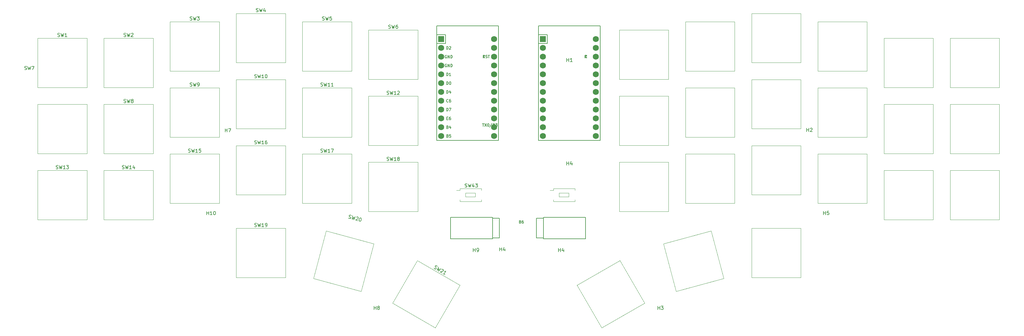
<source format=gbr>
%TF.GenerationSoftware,KiCad,Pcbnew,9.0.6*%
%TF.CreationDate,2025-12-07T00:05:39-06:00*%
%TF.ProjectId,SplitKeyboard,53706c69-744b-4657-9962-6f6172642e6b,rev?*%
%TF.SameCoordinates,Original*%
%TF.FileFunction,Legend,Top*%
%TF.FilePolarity,Positive*%
%FSLAX46Y46*%
G04 Gerber Fmt 4.6, Leading zero omitted, Abs format (unit mm)*
G04 Created by KiCad (PCBNEW 9.0.6) date 2025-12-07 00:05:39*
%MOMM*%
%LPD*%
G01*
G04 APERTURE LIST*
%ADD10C,0.150000*%
%ADD11C,0.120000*%
%ADD12C,0.200000*%
%ADD13R,1.752600X1.752600*%
%ADD14C,1.752600*%
G04 APERTURE END LIST*
D10*
X125091807Y-130463428D02*
X125191715Y-130576096D01*
X125191715Y-130576096D02*
X125397912Y-130695144D01*
X125397912Y-130695144D02*
X125504200Y-130701523D01*
X125504200Y-130701523D02*
X125569249Y-130684094D01*
X125569249Y-130684094D02*
X125658107Y-130625425D01*
X125658107Y-130625425D02*
X125705726Y-130542946D01*
X125705726Y-130542946D02*
X125712106Y-130436658D01*
X125712106Y-130436658D02*
X125694676Y-130371609D01*
X125694676Y-130371609D02*
X125636007Y-130282751D01*
X125636007Y-130282751D02*
X125494859Y-130146273D01*
X125494859Y-130146273D02*
X125436190Y-130057415D01*
X125436190Y-130057415D02*
X125418761Y-129992366D01*
X125418761Y-129992366D02*
X125425140Y-129886078D01*
X125425140Y-129886078D02*
X125472759Y-129803599D01*
X125472759Y-129803599D02*
X125561618Y-129744930D01*
X125561618Y-129744930D02*
X125626666Y-129727500D01*
X125626666Y-129727500D02*
X125732955Y-129733880D01*
X125732955Y-129733880D02*
X125939151Y-129852928D01*
X125939151Y-129852928D02*
X126039060Y-129965596D01*
X126351544Y-130091023D02*
X126057741Y-131076096D01*
X126057741Y-131076096D02*
X126579841Y-130552745D01*
X126579841Y-130552745D02*
X126387655Y-131266572D01*
X126387655Y-131266572D02*
X127093852Y-130519594D01*
X127334908Y-130768740D02*
X127399957Y-130751310D01*
X127399957Y-130751310D02*
X127506245Y-130757690D01*
X127506245Y-130757690D02*
X127712441Y-130876737D01*
X127712441Y-130876737D02*
X127771110Y-130965596D01*
X127771110Y-130965596D02*
X127788540Y-131030644D01*
X127788540Y-131030644D02*
X127782160Y-131136933D01*
X127782160Y-131136933D02*
X127734541Y-131219411D01*
X127734541Y-131219411D02*
X127621873Y-131319320D01*
X127621873Y-131319320D02*
X126841287Y-131528477D01*
X126841287Y-131528477D02*
X127377398Y-131838001D01*
X128202185Y-132314191D02*
X127707313Y-132028477D01*
X127954749Y-132171334D02*
X128454749Y-131305309D01*
X128454749Y-131305309D02*
X128300842Y-131381408D01*
X128300842Y-131381408D02*
X128170744Y-131416267D01*
X128170744Y-131416267D02*
X128064456Y-131409887D01*
X136388095Y-125723569D02*
X136388095Y-124723569D01*
X136388095Y-125199759D02*
X136959523Y-125199759D01*
X136959523Y-125723569D02*
X136959523Y-124723569D01*
X137483333Y-125723569D02*
X137673809Y-125723569D01*
X137673809Y-125723569D02*
X137769047Y-125675950D01*
X137769047Y-125675950D02*
X137816666Y-125628330D01*
X137816666Y-125628330D02*
X137911904Y-125485473D01*
X137911904Y-125485473D02*
X137959523Y-125294997D01*
X137959523Y-125294997D02*
X137959523Y-124914045D01*
X137959523Y-124914045D02*
X137911904Y-124818807D01*
X137911904Y-124818807D02*
X137864285Y-124771188D01*
X137864285Y-124771188D02*
X137769047Y-124723569D01*
X137769047Y-124723569D02*
X137578571Y-124723569D01*
X137578571Y-124723569D02*
X137483333Y-124771188D01*
X137483333Y-124771188D02*
X137435714Y-124818807D01*
X137435714Y-124818807D02*
X137388095Y-124914045D01*
X137388095Y-124914045D02*
X137388095Y-125152140D01*
X137388095Y-125152140D02*
X137435714Y-125247378D01*
X137435714Y-125247378D02*
X137483333Y-125294997D01*
X137483333Y-125294997D02*
X137578571Y-125342616D01*
X137578571Y-125342616D02*
X137769047Y-125342616D01*
X137769047Y-125342616D02*
X137864285Y-125294997D01*
X137864285Y-125294997D02*
X137911904Y-125247378D01*
X137911904Y-125247378D02*
X137959523Y-125152140D01*
X189515999Y-142392540D02*
X189515999Y-141392540D01*
X189515999Y-141868730D02*
X190087427Y-141868730D01*
X190087427Y-142392540D02*
X190087427Y-141392540D01*
X190468380Y-141392540D02*
X191087427Y-141392540D01*
X191087427Y-141392540D02*
X190754094Y-141773492D01*
X190754094Y-141773492D02*
X190896951Y-141773492D01*
X190896951Y-141773492D02*
X190992189Y-141821111D01*
X190992189Y-141821111D02*
X191039808Y-141868730D01*
X191039808Y-141868730D02*
X191087427Y-141963968D01*
X191087427Y-141963968D02*
X191087427Y-142202063D01*
X191087427Y-142202063D02*
X191039808Y-142297301D01*
X191039808Y-142297301D02*
X190992189Y-142344921D01*
X190992189Y-142344921D02*
X190896951Y-142392540D01*
X190896951Y-142392540D02*
X190611237Y-142392540D01*
X190611237Y-142392540D02*
X190515999Y-142344921D01*
X190515999Y-142344921D02*
X190468380Y-142297301D01*
X16754167Y-63675950D02*
X16897024Y-63723569D01*
X16897024Y-63723569D02*
X17135119Y-63723569D01*
X17135119Y-63723569D02*
X17230357Y-63675950D01*
X17230357Y-63675950D02*
X17277976Y-63628330D01*
X17277976Y-63628330D02*
X17325595Y-63533092D01*
X17325595Y-63533092D02*
X17325595Y-63437854D01*
X17325595Y-63437854D02*
X17277976Y-63342616D01*
X17277976Y-63342616D02*
X17230357Y-63294997D01*
X17230357Y-63294997D02*
X17135119Y-63247378D01*
X17135119Y-63247378D02*
X16944643Y-63199759D01*
X16944643Y-63199759D02*
X16849405Y-63152140D01*
X16849405Y-63152140D02*
X16801786Y-63104521D01*
X16801786Y-63104521D02*
X16754167Y-63009283D01*
X16754167Y-63009283D02*
X16754167Y-62914045D01*
X16754167Y-62914045D02*
X16801786Y-62818807D01*
X16801786Y-62818807D02*
X16849405Y-62771188D01*
X16849405Y-62771188D02*
X16944643Y-62723569D01*
X16944643Y-62723569D02*
X17182738Y-62723569D01*
X17182738Y-62723569D02*
X17325595Y-62771188D01*
X17658929Y-62723569D02*
X17897024Y-63723569D01*
X17897024Y-63723569D02*
X18087500Y-63009283D01*
X18087500Y-63009283D02*
X18277976Y-63723569D01*
X18277976Y-63723569D02*
X18516072Y-62723569D01*
X19420833Y-63723569D02*
X18849405Y-63723569D01*
X19135119Y-63723569D02*
X19135119Y-62723569D01*
X19135119Y-62723569D02*
X19039881Y-62866426D01*
X19039881Y-62866426D02*
X18944643Y-62961664D01*
X18944643Y-62961664D02*
X18849405Y-63009283D01*
X128717274Y-80044795D02*
X128717274Y-79244795D01*
X128717274Y-79244795D02*
X128907750Y-79244795D01*
X128907750Y-79244795D02*
X129022036Y-79282890D01*
X129022036Y-79282890D02*
X129098226Y-79359080D01*
X129098226Y-79359080D02*
X129136321Y-79435271D01*
X129136321Y-79435271D02*
X129174417Y-79587652D01*
X129174417Y-79587652D02*
X129174417Y-79701938D01*
X129174417Y-79701938D02*
X129136321Y-79854319D01*
X129136321Y-79854319D02*
X129098226Y-79930509D01*
X129098226Y-79930509D02*
X129022036Y-80006700D01*
X129022036Y-80006700D02*
X128907750Y-80044795D01*
X128907750Y-80044795D02*
X128717274Y-80044795D01*
X129860131Y-79511461D02*
X129860131Y-80044795D01*
X129669655Y-79206700D02*
X129479178Y-79778128D01*
X129479178Y-79778128D02*
X129974417Y-79778128D01*
X139000482Y-88780543D02*
X139457625Y-88780543D01*
X139229053Y-89580543D02*
X139229053Y-88780543D01*
X139648101Y-88780543D02*
X140181435Y-89580543D01*
X140181435Y-88780543D02*
X139648101Y-89580543D01*
X140638578Y-88780543D02*
X140714768Y-88780543D01*
X140714768Y-88780543D02*
X140790959Y-88818638D01*
X140790959Y-88818638D02*
X140829054Y-88856733D01*
X140829054Y-88856733D02*
X140867149Y-88932924D01*
X140867149Y-88932924D02*
X140905244Y-89085305D01*
X140905244Y-89085305D02*
X140905244Y-89275781D01*
X140905244Y-89275781D02*
X140867149Y-89428162D01*
X140867149Y-89428162D02*
X140829054Y-89504352D01*
X140829054Y-89504352D02*
X140790959Y-89542448D01*
X140790959Y-89542448D02*
X140714768Y-89580543D01*
X140714768Y-89580543D02*
X140638578Y-89580543D01*
X140638578Y-89580543D02*
X140562387Y-89542448D01*
X140562387Y-89542448D02*
X140524292Y-89504352D01*
X140524292Y-89504352D02*
X140486197Y-89428162D01*
X140486197Y-89428162D02*
X140448101Y-89275781D01*
X140448101Y-89275781D02*
X140448101Y-89085305D01*
X140448101Y-89085305D02*
X140486197Y-88932924D01*
X140486197Y-88932924D02*
X140524292Y-88856733D01*
X140524292Y-88856733D02*
X140562387Y-88818638D01*
X140562387Y-88818638D02*
X140638578Y-88780543D01*
X141819530Y-88742448D02*
X141133816Y-89771019D01*
X142086197Y-89580543D02*
X142086197Y-88780543D01*
X142086197Y-88780543D02*
X142276673Y-88780543D01*
X142276673Y-88780543D02*
X142390959Y-88818638D01*
X142390959Y-88818638D02*
X142467149Y-88894828D01*
X142467149Y-88894828D02*
X142505244Y-88971019D01*
X142505244Y-88971019D02*
X142543340Y-89123400D01*
X142543340Y-89123400D02*
X142543340Y-89237686D01*
X142543340Y-89237686D02*
X142505244Y-89390067D01*
X142505244Y-89390067D02*
X142467149Y-89466257D01*
X142467149Y-89466257D02*
X142390959Y-89542448D01*
X142390959Y-89542448D02*
X142276673Y-89580543D01*
X142276673Y-89580543D02*
X142086197Y-89580543D01*
X142810006Y-88780543D02*
X143305244Y-88780543D01*
X143305244Y-88780543D02*
X143038578Y-89085305D01*
X143038578Y-89085305D02*
X143152863Y-89085305D01*
X143152863Y-89085305D02*
X143229054Y-89123400D01*
X143229054Y-89123400D02*
X143267149Y-89161495D01*
X143267149Y-89161495D02*
X143305244Y-89237686D01*
X143305244Y-89237686D02*
X143305244Y-89428162D01*
X143305244Y-89428162D02*
X143267149Y-89504352D01*
X143267149Y-89504352D02*
X143229054Y-89542448D01*
X143229054Y-89542448D02*
X143152863Y-89580543D01*
X143152863Y-89580543D02*
X142924292Y-89580543D01*
X142924292Y-89580543D02*
X142848101Y-89542448D01*
X142848101Y-89542448D02*
X142810006Y-89504352D01*
X128698226Y-69122890D02*
X128622036Y-69084795D01*
X128622036Y-69084795D02*
X128507750Y-69084795D01*
X128507750Y-69084795D02*
X128393464Y-69122890D01*
X128393464Y-69122890D02*
X128317274Y-69199080D01*
X128317274Y-69199080D02*
X128279179Y-69275271D01*
X128279179Y-69275271D02*
X128241083Y-69427652D01*
X128241083Y-69427652D02*
X128241083Y-69541938D01*
X128241083Y-69541938D02*
X128279179Y-69694319D01*
X128279179Y-69694319D02*
X128317274Y-69770509D01*
X128317274Y-69770509D02*
X128393464Y-69846700D01*
X128393464Y-69846700D02*
X128507750Y-69884795D01*
X128507750Y-69884795D02*
X128583941Y-69884795D01*
X128583941Y-69884795D02*
X128698226Y-69846700D01*
X128698226Y-69846700D02*
X128736322Y-69808604D01*
X128736322Y-69808604D02*
X128736322Y-69541938D01*
X128736322Y-69541938D02*
X128583941Y-69541938D01*
X129079179Y-69884795D02*
X129079179Y-69084795D01*
X129079179Y-69084795D02*
X129536322Y-69884795D01*
X129536322Y-69884795D02*
X129536322Y-69084795D01*
X129917274Y-69884795D02*
X129917274Y-69084795D01*
X129917274Y-69084795D02*
X130107750Y-69084795D01*
X130107750Y-69084795D02*
X130222036Y-69122890D01*
X130222036Y-69122890D02*
X130298226Y-69199080D01*
X130298226Y-69199080D02*
X130336321Y-69275271D01*
X130336321Y-69275271D02*
X130374417Y-69427652D01*
X130374417Y-69427652D02*
X130374417Y-69541938D01*
X130374417Y-69541938D02*
X130336321Y-69694319D01*
X130336321Y-69694319D02*
X130298226Y-69770509D01*
X130298226Y-69770509D02*
X130222036Y-69846700D01*
X130222036Y-69846700D02*
X130107750Y-69884795D01*
X130107750Y-69884795D02*
X129917274Y-69884795D01*
X129174417Y-82508604D02*
X129136321Y-82546700D01*
X129136321Y-82546700D02*
X129022036Y-82584795D01*
X129022036Y-82584795D02*
X128945845Y-82584795D01*
X128945845Y-82584795D02*
X128831559Y-82546700D01*
X128831559Y-82546700D02*
X128755369Y-82470509D01*
X128755369Y-82470509D02*
X128717274Y-82394319D01*
X128717274Y-82394319D02*
X128679178Y-82241938D01*
X128679178Y-82241938D02*
X128679178Y-82127652D01*
X128679178Y-82127652D02*
X128717274Y-81975271D01*
X128717274Y-81975271D02*
X128755369Y-81899080D01*
X128755369Y-81899080D02*
X128831559Y-81822890D01*
X128831559Y-81822890D02*
X128945845Y-81784795D01*
X128945845Y-81784795D02*
X129022036Y-81784795D01*
X129022036Y-81784795D02*
X129136321Y-81822890D01*
X129136321Y-81822890D02*
X129174417Y-81860985D01*
X129860131Y-81784795D02*
X129707750Y-81784795D01*
X129707750Y-81784795D02*
X129631559Y-81822890D01*
X129631559Y-81822890D02*
X129593464Y-81860985D01*
X129593464Y-81860985D02*
X129517274Y-81975271D01*
X129517274Y-81975271D02*
X129479178Y-82127652D01*
X129479178Y-82127652D02*
X129479178Y-82432414D01*
X129479178Y-82432414D02*
X129517274Y-82508604D01*
X129517274Y-82508604D02*
X129555369Y-82546700D01*
X129555369Y-82546700D02*
X129631559Y-82584795D01*
X129631559Y-82584795D02*
X129783940Y-82584795D01*
X129783940Y-82584795D02*
X129860131Y-82546700D01*
X129860131Y-82546700D02*
X129898226Y-82508604D01*
X129898226Y-82508604D02*
X129936321Y-82432414D01*
X129936321Y-82432414D02*
X129936321Y-82241938D01*
X129936321Y-82241938D02*
X129898226Y-82165747D01*
X129898226Y-82165747D02*
X129860131Y-82127652D01*
X129860131Y-82127652D02*
X129783940Y-82089557D01*
X129783940Y-82089557D02*
X129631559Y-82089557D01*
X129631559Y-82089557D02*
X129555369Y-82127652D01*
X129555369Y-82127652D02*
X129517274Y-82165747D01*
X129517274Y-82165747D02*
X129479178Y-82241938D01*
X128717274Y-74964795D02*
X128717274Y-74164795D01*
X128717274Y-74164795D02*
X128907750Y-74164795D01*
X128907750Y-74164795D02*
X129022036Y-74202890D01*
X129022036Y-74202890D02*
X129098226Y-74279080D01*
X129098226Y-74279080D02*
X129136321Y-74355271D01*
X129136321Y-74355271D02*
X129174417Y-74507652D01*
X129174417Y-74507652D02*
X129174417Y-74621938D01*
X129174417Y-74621938D02*
X129136321Y-74774319D01*
X129136321Y-74774319D02*
X129098226Y-74850509D01*
X129098226Y-74850509D02*
X129022036Y-74926700D01*
X129022036Y-74926700D02*
X128907750Y-74964795D01*
X128907750Y-74964795D02*
X128717274Y-74964795D01*
X129936321Y-74964795D02*
X129479178Y-74964795D01*
X129707750Y-74964795D02*
X129707750Y-74164795D01*
X129707750Y-74164795D02*
X129631559Y-74279080D01*
X129631559Y-74279080D02*
X129555369Y-74355271D01*
X129555369Y-74355271D02*
X129479178Y-74393366D01*
X128717274Y-67344795D02*
X128717274Y-66544795D01*
X128717274Y-66544795D02*
X128907750Y-66544795D01*
X128907750Y-66544795D02*
X129022036Y-66582890D01*
X129022036Y-66582890D02*
X129098226Y-66659080D01*
X129098226Y-66659080D02*
X129136321Y-66735271D01*
X129136321Y-66735271D02*
X129174417Y-66887652D01*
X129174417Y-66887652D02*
X129174417Y-67001938D01*
X129174417Y-67001938D02*
X129136321Y-67154319D01*
X129136321Y-67154319D02*
X129098226Y-67230509D01*
X129098226Y-67230509D02*
X129022036Y-67306700D01*
X129022036Y-67306700D02*
X128907750Y-67344795D01*
X128907750Y-67344795D02*
X128717274Y-67344795D01*
X129479178Y-66620985D02*
X129517274Y-66582890D01*
X129517274Y-66582890D02*
X129593464Y-66544795D01*
X129593464Y-66544795D02*
X129783940Y-66544795D01*
X129783940Y-66544795D02*
X129860131Y-66582890D01*
X129860131Y-66582890D02*
X129898226Y-66620985D01*
X129898226Y-66620985D02*
X129936321Y-66697176D01*
X129936321Y-66697176D02*
X129936321Y-66773366D01*
X129936321Y-66773366D02*
X129898226Y-66887652D01*
X129898226Y-66887652D02*
X129441083Y-67344795D01*
X129441083Y-67344795D02*
X129936321Y-67344795D01*
X128983940Y-89785747D02*
X129098226Y-89823842D01*
X129098226Y-89823842D02*
X129136321Y-89861938D01*
X129136321Y-89861938D02*
X129174417Y-89938128D01*
X129174417Y-89938128D02*
X129174417Y-90052414D01*
X129174417Y-90052414D02*
X129136321Y-90128604D01*
X129136321Y-90128604D02*
X129098226Y-90166700D01*
X129098226Y-90166700D02*
X129022036Y-90204795D01*
X129022036Y-90204795D02*
X128717274Y-90204795D01*
X128717274Y-90204795D02*
X128717274Y-89404795D01*
X128717274Y-89404795D02*
X128983940Y-89404795D01*
X128983940Y-89404795D02*
X129060131Y-89442890D01*
X129060131Y-89442890D02*
X129098226Y-89480985D01*
X129098226Y-89480985D02*
X129136321Y-89557176D01*
X129136321Y-89557176D02*
X129136321Y-89633366D01*
X129136321Y-89633366D02*
X129098226Y-89709557D01*
X129098226Y-89709557D02*
X129060131Y-89747652D01*
X129060131Y-89747652D02*
X128983940Y-89785747D01*
X128983940Y-89785747D02*
X128717274Y-89785747D01*
X129860131Y-89671461D02*
X129860131Y-90204795D01*
X129669655Y-89366700D02*
X129479178Y-89938128D01*
X129479178Y-89938128D02*
X129974417Y-89938128D01*
X149900021Y-117101495D02*
X150014307Y-117139590D01*
X150014307Y-117139590D02*
X150052402Y-117177686D01*
X150052402Y-117177686D02*
X150090498Y-117253876D01*
X150090498Y-117253876D02*
X150090498Y-117368162D01*
X150090498Y-117368162D02*
X150052402Y-117444352D01*
X150052402Y-117444352D02*
X150014307Y-117482448D01*
X150014307Y-117482448D02*
X149938117Y-117520543D01*
X149938117Y-117520543D02*
X149633355Y-117520543D01*
X149633355Y-117520543D02*
X149633355Y-116720543D01*
X149633355Y-116720543D02*
X149900021Y-116720543D01*
X149900021Y-116720543D02*
X149976212Y-116758638D01*
X149976212Y-116758638D02*
X150014307Y-116796733D01*
X150014307Y-116796733D02*
X150052402Y-116872924D01*
X150052402Y-116872924D02*
X150052402Y-116949114D01*
X150052402Y-116949114D02*
X150014307Y-117025305D01*
X150014307Y-117025305D02*
X149976212Y-117063400D01*
X149976212Y-117063400D02*
X149900021Y-117101495D01*
X149900021Y-117101495D02*
X149633355Y-117101495D01*
X150776212Y-116720543D02*
X150623831Y-116720543D01*
X150623831Y-116720543D02*
X150547640Y-116758638D01*
X150547640Y-116758638D02*
X150509545Y-116796733D01*
X150509545Y-116796733D02*
X150433355Y-116911019D01*
X150433355Y-116911019D02*
X150395259Y-117063400D01*
X150395259Y-117063400D02*
X150395259Y-117368162D01*
X150395259Y-117368162D02*
X150433355Y-117444352D01*
X150433355Y-117444352D02*
X150471450Y-117482448D01*
X150471450Y-117482448D02*
X150547640Y-117520543D01*
X150547640Y-117520543D02*
X150700021Y-117520543D01*
X150700021Y-117520543D02*
X150776212Y-117482448D01*
X150776212Y-117482448D02*
X150814307Y-117444352D01*
X150814307Y-117444352D02*
X150852402Y-117368162D01*
X150852402Y-117368162D02*
X150852402Y-117177686D01*
X150852402Y-117177686D02*
X150814307Y-117101495D01*
X150814307Y-117101495D02*
X150776212Y-117063400D01*
X150776212Y-117063400D02*
X150700021Y-117025305D01*
X150700021Y-117025305D02*
X150547640Y-117025305D01*
X150547640Y-117025305D02*
X150471450Y-117063400D01*
X150471450Y-117063400D02*
X150433355Y-117101495D01*
X150433355Y-117101495D02*
X150395259Y-117177686D01*
X128755369Y-87245747D02*
X129022035Y-87245747D01*
X129136321Y-87664795D02*
X128755369Y-87664795D01*
X128755369Y-87664795D02*
X128755369Y-86864795D01*
X128755369Y-86864795D02*
X129136321Y-86864795D01*
X129822036Y-86864795D02*
X129669655Y-86864795D01*
X129669655Y-86864795D02*
X129593464Y-86902890D01*
X129593464Y-86902890D02*
X129555369Y-86940985D01*
X129555369Y-86940985D02*
X129479179Y-87055271D01*
X129479179Y-87055271D02*
X129441083Y-87207652D01*
X129441083Y-87207652D02*
X129441083Y-87512414D01*
X129441083Y-87512414D02*
X129479179Y-87588604D01*
X129479179Y-87588604D02*
X129517274Y-87626700D01*
X129517274Y-87626700D02*
X129593464Y-87664795D01*
X129593464Y-87664795D02*
X129745845Y-87664795D01*
X129745845Y-87664795D02*
X129822036Y-87626700D01*
X129822036Y-87626700D02*
X129860131Y-87588604D01*
X129860131Y-87588604D02*
X129898226Y-87512414D01*
X129898226Y-87512414D02*
X129898226Y-87321938D01*
X129898226Y-87321938D02*
X129860131Y-87245747D01*
X129860131Y-87245747D02*
X129822036Y-87207652D01*
X129822036Y-87207652D02*
X129745845Y-87169557D01*
X129745845Y-87169557D02*
X129593464Y-87169557D01*
X129593464Y-87169557D02*
X129517274Y-87207652D01*
X129517274Y-87207652D02*
X129479179Y-87245747D01*
X129479179Y-87245747D02*
X129441083Y-87321938D01*
X128717274Y-85124795D02*
X128717274Y-84324795D01*
X128717274Y-84324795D02*
X128907750Y-84324795D01*
X128907750Y-84324795D02*
X129022036Y-84362890D01*
X129022036Y-84362890D02*
X129098226Y-84439080D01*
X129098226Y-84439080D02*
X129136321Y-84515271D01*
X129136321Y-84515271D02*
X129174417Y-84667652D01*
X129174417Y-84667652D02*
X129174417Y-84781938D01*
X129174417Y-84781938D02*
X129136321Y-84934319D01*
X129136321Y-84934319D02*
X129098226Y-85010509D01*
X129098226Y-85010509D02*
X129022036Y-85086700D01*
X129022036Y-85086700D02*
X128907750Y-85124795D01*
X128907750Y-85124795D02*
X128717274Y-85124795D01*
X129441083Y-84324795D02*
X129974417Y-84324795D01*
X129974417Y-84324795D02*
X129631559Y-85124795D01*
X128698226Y-71662890D02*
X128622036Y-71624795D01*
X128622036Y-71624795D02*
X128507750Y-71624795D01*
X128507750Y-71624795D02*
X128393464Y-71662890D01*
X128393464Y-71662890D02*
X128317274Y-71739080D01*
X128317274Y-71739080D02*
X128279179Y-71815271D01*
X128279179Y-71815271D02*
X128241083Y-71967652D01*
X128241083Y-71967652D02*
X128241083Y-72081938D01*
X128241083Y-72081938D02*
X128279179Y-72234319D01*
X128279179Y-72234319D02*
X128317274Y-72310509D01*
X128317274Y-72310509D02*
X128393464Y-72386700D01*
X128393464Y-72386700D02*
X128507750Y-72424795D01*
X128507750Y-72424795D02*
X128583941Y-72424795D01*
X128583941Y-72424795D02*
X128698226Y-72386700D01*
X128698226Y-72386700D02*
X128736322Y-72348604D01*
X128736322Y-72348604D02*
X128736322Y-72081938D01*
X128736322Y-72081938D02*
X128583941Y-72081938D01*
X129079179Y-72424795D02*
X129079179Y-71624795D01*
X129079179Y-71624795D02*
X129536322Y-72424795D01*
X129536322Y-72424795D02*
X129536322Y-71624795D01*
X129917274Y-72424795D02*
X129917274Y-71624795D01*
X129917274Y-71624795D02*
X130107750Y-71624795D01*
X130107750Y-71624795D02*
X130222036Y-71662890D01*
X130222036Y-71662890D02*
X130298226Y-71739080D01*
X130298226Y-71739080D02*
X130336321Y-71815271D01*
X130336321Y-71815271D02*
X130374417Y-71967652D01*
X130374417Y-71967652D02*
X130374417Y-72081938D01*
X130374417Y-72081938D02*
X130336321Y-72234319D01*
X130336321Y-72234319D02*
X130298226Y-72310509D01*
X130298226Y-72310509D02*
X130222036Y-72386700D01*
X130222036Y-72386700D02*
X130107750Y-72424795D01*
X130107750Y-72424795D02*
X129917274Y-72424795D01*
X128983940Y-92325747D02*
X129098226Y-92363842D01*
X129098226Y-92363842D02*
X129136321Y-92401938D01*
X129136321Y-92401938D02*
X129174417Y-92478128D01*
X129174417Y-92478128D02*
X129174417Y-92592414D01*
X129174417Y-92592414D02*
X129136321Y-92668604D01*
X129136321Y-92668604D02*
X129098226Y-92706700D01*
X129098226Y-92706700D02*
X129022036Y-92744795D01*
X129022036Y-92744795D02*
X128717274Y-92744795D01*
X128717274Y-92744795D02*
X128717274Y-91944795D01*
X128717274Y-91944795D02*
X128983940Y-91944795D01*
X128983940Y-91944795D02*
X129060131Y-91982890D01*
X129060131Y-91982890D02*
X129098226Y-92020985D01*
X129098226Y-92020985D02*
X129136321Y-92097176D01*
X129136321Y-92097176D02*
X129136321Y-92173366D01*
X129136321Y-92173366D02*
X129098226Y-92249557D01*
X129098226Y-92249557D02*
X129060131Y-92287652D01*
X129060131Y-92287652D02*
X128983940Y-92325747D01*
X128983940Y-92325747D02*
X128717274Y-92325747D01*
X129898226Y-91944795D02*
X129517274Y-91944795D01*
X129517274Y-91944795D02*
X129479178Y-92325747D01*
X129479178Y-92325747D02*
X129517274Y-92287652D01*
X129517274Y-92287652D02*
X129593464Y-92249557D01*
X129593464Y-92249557D02*
X129783940Y-92249557D01*
X129783940Y-92249557D02*
X129860131Y-92287652D01*
X129860131Y-92287652D02*
X129898226Y-92325747D01*
X129898226Y-92325747D02*
X129936321Y-92401938D01*
X129936321Y-92401938D02*
X129936321Y-92592414D01*
X129936321Y-92592414D02*
X129898226Y-92668604D01*
X129898226Y-92668604D02*
X129860131Y-92706700D01*
X129860131Y-92706700D02*
X129783940Y-92744795D01*
X129783940Y-92744795D02*
X129593464Y-92744795D01*
X129593464Y-92744795D02*
X129517274Y-92706700D01*
X129517274Y-92706700D02*
X129479178Y-92668604D01*
X139968536Y-69816700D02*
X140082822Y-69854795D01*
X140082822Y-69854795D02*
X140273298Y-69854795D01*
X140273298Y-69854795D02*
X140349489Y-69816700D01*
X140349489Y-69816700D02*
X140387584Y-69778604D01*
X140387584Y-69778604D02*
X140425679Y-69702414D01*
X140425679Y-69702414D02*
X140425679Y-69626223D01*
X140425679Y-69626223D02*
X140387584Y-69550033D01*
X140387584Y-69550033D02*
X140349489Y-69511938D01*
X140349489Y-69511938D02*
X140273298Y-69473842D01*
X140273298Y-69473842D02*
X140120917Y-69435747D01*
X140120917Y-69435747D02*
X140044727Y-69397652D01*
X140044727Y-69397652D02*
X140006632Y-69359557D01*
X140006632Y-69359557D02*
X139968536Y-69283366D01*
X139968536Y-69283366D02*
X139968536Y-69207176D01*
X139968536Y-69207176D02*
X140006632Y-69130985D01*
X140006632Y-69130985D02*
X140044727Y-69092890D01*
X140044727Y-69092890D02*
X140120917Y-69054795D01*
X140120917Y-69054795D02*
X140311394Y-69054795D01*
X140311394Y-69054795D02*
X140425679Y-69092890D01*
X140654251Y-69054795D02*
X141111394Y-69054795D01*
X140882822Y-69854795D02*
X140882822Y-69054795D01*
X128717274Y-77504795D02*
X128717274Y-76704795D01*
X128717274Y-76704795D02*
X128907750Y-76704795D01*
X128907750Y-76704795D02*
X129022036Y-76742890D01*
X129022036Y-76742890D02*
X129098226Y-76819080D01*
X129098226Y-76819080D02*
X129136321Y-76895271D01*
X129136321Y-76895271D02*
X129174417Y-77047652D01*
X129174417Y-77047652D02*
X129174417Y-77161938D01*
X129174417Y-77161938D02*
X129136321Y-77314319D01*
X129136321Y-77314319D02*
X129098226Y-77390509D01*
X129098226Y-77390509D02*
X129022036Y-77466700D01*
X129022036Y-77466700D02*
X128907750Y-77504795D01*
X128907750Y-77504795D02*
X128717274Y-77504795D01*
X129669655Y-76704795D02*
X129745845Y-76704795D01*
X129745845Y-76704795D02*
X129822036Y-76742890D01*
X129822036Y-76742890D02*
X129860131Y-76780985D01*
X129860131Y-76780985D02*
X129898226Y-76857176D01*
X129898226Y-76857176D02*
X129936321Y-77009557D01*
X129936321Y-77009557D02*
X129936321Y-77200033D01*
X129936321Y-77200033D02*
X129898226Y-77352414D01*
X129898226Y-77352414D02*
X129860131Y-77428604D01*
X129860131Y-77428604D02*
X129822036Y-77466700D01*
X129822036Y-77466700D02*
X129745845Y-77504795D01*
X129745845Y-77504795D02*
X129669655Y-77504795D01*
X129669655Y-77504795D02*
X129593464Y-77466700D01*
X129593464Y-77466700D02*
X129555369Y-77428604D01*
X129555369Y-77428604D02*
X129517274Y-77352414D01*
X129517274Y-77352414D02*
X129479178Y-77200033D01*
X129479178Y-77200033D02*
X129479178Y-77009557D01*
X129479178Y-77009557D02*
X129517274Y-76857176D01*
X129517274Y-76857176D02*
X129555369Y-76780985D01*
X129555369Y-76780985D02*
X129593464Y-76742890D01*
X129593464Y-76742890D02*
X129669655Y-76704795D01*
X107813095Y-142392319D02*
X107813095Y-141392319D01*
X107813095Y-141868509D02*
X108384523Y-141868509D01*
X108384523Y-142392319D02*
X108384523Y-141392319D01*
X109003571Y-141820890D02*
X108908333Y-141773271D01*
X108908333Y-141773271D02*
X108860714Y-141725652D01*
X108860714Y-141725652D02*
X108813095Y-141630414D01*
X108813095Y-141630414D02*
X108813095Y-141582795D01*
X108813095Y-141582795D02*
X108860714Y-141487557D01*
X108860714Y-141487557D02*
X108908333Y-141439938D01*
X108908333Y-141439938D02*
X109003571Y-141392319D01*
X109003571Y-141392319D02*
X109194047Y-141392319D01*
X109194047Y-141392319D02*
X109289285Y-141439938D01*
X109289285Y-141439938D02*
X109336904Y-141487557D01*
X109336904Y-141487557D02*
X109384523Y-141582795D01*
X109384523Y-141582795D02*
X109384523Y-141630414D01*
X109384523Y-141630414D02*
X109336904Y-141725652D01*
X109336904Y-141725652D02*
X109289285Y-141773271D01*
X109289285Y-141773271D02*
X109194047Y-141820890D01*
X109194047Y-141820890D02*
X109003571Y-141820890D01*
X109003571Y-141820890D02*
X108908333Y-141868509D01*
X108908333Y-141868509D02*
X108860714Y-141916128D01*
X108860714Y-141916128D02*
X108813095Y-142011366D01*
X108813095Y-142011366D02*
X108813095Y-142201842D01*
X108813095Y-142201842D02*
X108860714Y-142297080D01*
X108860714Y-142297080D02*
X108908333Y-142344700D01*
X108908333Y-142344700D02*
X109003571Y-142392319D01*
X109003571Y-142392319D02*
X109194047Y-142392319D01*
X109194047Y-142392319D02*
X109289285Y-142344700D01*
X109289285Y-142344700D02*
X109336904Y-142297080D01*
X109336904Y-142297080D02*
X109384523Y-142201842D01*
X109384523Y-142201842D02*
X109384523Y-142011366D01*
X109384523Y-142011366D02*
X109336904Y-141916128D01*
X109336904Y-141916128D02*
X109289285Y-141868509D01*
X109289285Y-141868509D02*
X109194047Y-141820890D01*
X73427976Y-94632200D02*
X73570833Y-94679819D01*
X73570833Y-94679819D02*
X73808928Y-94679819D01*
X73808928Y-94679819D02*
X73904166Y-94632200D01*
X73904166Y-94632200D02*
X73951785Y-94584580D01*
X73951785Y-94584580D02*
X73999404Y-94489342D01*
X73999404Y-94489342D02*
X73999404Y-94394104D01*
X73999404Y-94394104D02*
X73951785Y-94298866D01*
X73951785Y-94298866D02*
X73904166Y-94251247D01*
X73904166Y-94251247D02*
X73808928Y-94203628D01*
X73808928Y-94203628D02*
X73618452Y-94156009D01*
X73618452Y-94156009D02*
X73523214Y-94108390D01*
X73523214Y-94108390D02*
X73475595Y-94060771D01*
X73475595Y-94060771D02*
X73427976Y-93965533D01*
X73427976Y-93965533D02*
X73427976Y-93870295D01*
X73427976Y-93870295D02*
X73475595Y-93775057D01*
X73475595Y-93775057D02*
X73523214Y-93727438D01*
X73523214Y-93727438D02*
X73618452Y-93679819D01*
X73618452Y-93679819D02*
X73856547Y-93679819D01*
X73856547Y-93679819D02*
X73999404Y-93727438D01*
X74332738Y-93679819D02*
X74570833Y-94679819D01*
X74570833Y-94679819D02*
X74761309Y-93965533D01*
X74761309Y-93965533D02*
X74951785Y-94679819D01*
X74951785Y-94679819D02*
X75189881Y-93679819D01*
X76094642Y-94679819D02*
X75523214Y-94679819D01*
X75808928Y-94679819D02*
X75808928Y-93679819D01*
X75808928Y-93679819D02*
X75713690Y-93822676D01*
X75713690Y-93822676D02*
X75618452Y-93917914D01*
X75618452Y-93917914D02*
X75523214Y-93965533D01*
X76951785Y-93679819D02*
X76761309Y-93679819D01*
X76761309Y-93679819D02*
X76666071Y-93727438D01*
X76666071Y-93727438D02*
X76618452Y-93775057D01*
X76618452Y-93775057D02*
X76523214Y-93917914D01*
X76523214Y-93917914D02*
X76475595Y-94108390D01*
X76475595Y-94108390D02*
X76475595Y-94489342D01*
X76475595Y-94489342D02*
X76523214Y-94584580D01*
X76523214Y-94584580D02*
X76570833Y-94632200D01*
X76570833Y-94632200D02*
X76666071Y-94679819D01*
X76666071Y-94679819D02*
X76856547Y-94679819D01*
X76856547Y-94679819D02*
X76951785Y-94632200D01*
X76951785Y-94632200D02*
X76999404Y-94584580D01*
X76999404Y-94584580D02*
X77047023Y-94489342D01*
X77047023Y-94489342D02*
X77047023Y-94251247D01*
X77047023Y-94251247D02*
X76999404Y-94156009D01*
X76999404Y-94156009D02*
X76951785Y-94108390D01*
X76951785Y-94108390D02*
X76856547Y-94060771D01*
X76856547Y-94060771D02*
X76666071Y-94060771D01*
X76666071Y-94060771D02*
X76570833Y-94108390D01*
X76570833Y-94108390D02*
X76523214Y-94156009D01*
X76523214Y-94156009D02*
X76475595Y-94251247D01*
X54377976Y-97013450D02*
X54520833Y-97061069D01*
X54520833Y-97061069D02*
X54758928Y-97061069D01*
X54758928Y-97061069D02*
X54854166Y-97013450D01*
X54854166Y-97013450D02*
X54901785Y-96965830D01*
X54901785Y-96965830D02*
X54949404Y-96870592D01*
X54949404Y-96870592D02*
X54949404Y-96775354D01*
X54949404Y-96775354D02*
X54901785Y-96680116D01*
X54901785Y-96680116D02*
X54854166Y-96632497D01*
X54854166Y-96632497D02*
X54758928Y-96584878D01*
X54758928Y-96584878D02*
X54568452Y-96537259D01*
X54568452Y-96537259D02*
X54473214Y-96489640D01*
X54473214Y-96489640D02*
X54425595Y-96442021D01*
X54425595Y-96442021D02*
X54377976Y-96346783D01*
X54377976Y-96346783D02*
X54377976Y-96251545D01*
X54377976Y-96251545D02*
X54425595Y-96156307D01*
X54425595Y-96156307D02*
X54473214Y-96108688D01*
X54473214Y-96108688D02*
X54568452Y-96061069D01*
X54568452Y-96061069D02*
X54806547Y-96061069D01*
X54806547Y-96061069D02*
X54949404Y-96108688D01*
X55282738Y-96061069D02*
X55520833Y-97061069D01*
X55520833Y-97061069D02*
X55711309Y-96346783D01*
X55711309Y-96346783D02*
X55901785Y-97061069D01*
X55901785Y-97061069D02*
X56139881Y-96061069D01*
X57044642Y-97061069D02*
X56473214Y-97061069D01*
X56758928Y-97061069D02*
X56758928Y-96061069D01*
X56758928Y-96061069D02*
X56663690Y-96203926D01*
X56663690Y-96203926D02*
X56568452Y-96299164D01*
X56568452Y-96299164D02*
X56473214Y-96346783D01*
X57949404Y-96061069D02*
X57473214Y-96061069D01*
X57473214Y-96061069D02*
X57425595Y-96537259D01*
X57425595Y-96537259D02*
X57473214Y-96489640D01*
X57473214Y-96489640D02*
X57568452Y-96442021D01*
X57568452Y-96442021D02*
X57806547Y-96442021D01*
X57806547Y-96442021D02*
X57901785Y-96489640D01*
X57901785Y-96489640D02*
X57949404Y-96537259D01*
X57949404Y-96537259D02*
X57997023Y-96632497D01*
X57997023Y-96632497D02*
X57997023Y-96870592D01*
X57997023Y-96870592D02*
X57949404Y-96965830D01*
X57949404Y-96965830D02*
X57901785Y-97013450D01*
X57901785Y-97013450D02*
X57806547Y-97061069D01*
X57806547Y-97061069D02*
X57568452Y-97061069D01*
X57568452Y-97061069D02*
X57473214Y-97013450D01*
X57473214Y-97013450D02*
X57425595Y-96965830D01*
X237218680Y-115032026D02*
X237218680Y-114032026D01*
X237218680Y-114508216D02*
X237790108Y-114508216D01*
X237790108Y-115032026D02*
X237790108Y-114032026D01*
X238742489Y-114032026D02*
X238266299Y-114032026D01*
X238266299Y-114032026D02*
X238218680Y-114508216D01*
X238218680Y-114508216D02*
X238266299Y-114460597D01*
X238266299Y-114460597D02*
X238361537Y-114412978D01*
X238361537Y-114412978D02*
X238599632Y-114412978D01*
X238599632Y-114412978D02*
X238694870Y-114460597D01*
X238694870Y-114460597D02*
X238742489Y-114508216D01*
X238742489Y-114508216D02*
X238790108Y-114603454D01*
X238790108Y-114603454D02*
X238790108Y-114841549D01*
X238790108Y-114841549D02*
X238742489Y-114936787D01*
X238742489Y-114936787D02*
X238694870Y-114984407D01*
X238694870Y-114984407D02*
X238599632Y-115032026D01*
X238599632Y-115032026D02*
X238361537Y-115032026D01*
X238361537Y-115032026D02*
X238266299Y-114984407D01*
X238266299Y-114984407D02*
X238218680Y-114936787D01*
X54854167Y-77963450D02*
X54997024Y-78011069D01*
X54997024Y-78011069D02*
X55235119Y-78011069D01*
X55235119Y-78011069D02*
X55330357Y-77963450D01*
X55330357Y-77963450D02*
X55377976Y-77915830D01*
X55377976Y-77915830D02*
X55425595Y-77820592D01*
X55425595Y-77820592D02*
X55425595Y-77725354D01*
X55425595Y-77725354D02*
X55377976Y-77630116D01*
X55377976Y-77630116D02*
X55330357Y-77582497D01*
X55330357Y-77582497D02*
X55235119Y-77534878D01*
X55235119Y-77534878D02*
X55044643Y-77487259D01*
X55044643Y-77487259D02*
X54949405Y-77439640D01*
X54949405Y-77439640D02*
X54901786Y-77392021D01*
X54901786Y-77392021D02*
X54854167Y-77296783D01*
X54854167Y-77296783D02*
X54854167Y-77201545D01*
X54854167Y-77201545D02*
X54901786Y-77106307D01*
X54901786Y-77106307D02*
X54949405Y-77058688D01*
X54949405Y-77058688D02*
X55044643Y-77011069D01*
X55044643Y-77011069D02*
X55282738Y-77011069D01*
X55282738Y-77011069D02*
X55425595Y-77058688D01*
X55758929Y-77011069D02*
X55997024Y-78011069D01*
X55997024Y-78011069D02*
X56187500Y-77296783D01*
X56187500Y-77296783D02*
X56377976Y-78011069D01*
X56377976Y-78011069D02*
X56616072Y-77011069D01*
X57044643Y-78011069D02*
X57235119Y-78011069D01*
X57235119Y-78011069D02*
X57330357Y-77963450D01*
X57330357Y-77963450D02*
X57377976Y-77915830D01*
X57377976Y-77915830D02*
X57473214Y-77772973D01*
X57473214Y-77772973D02*
X57520833Y-77582497D01*
X57520833Y-77582497D02*
X57520833Y-77201545D01*
X57520833Y-77201545D02*
X57473214Y-77106307D01*
X57473214Y-77106307D02*
X57425595Y-77058688D01*
X57425595Y-77058688D02*
X57330357Y-77011069D01*
X57330357Y-77011069D02*
X57139881Y-77011069D01*
X57139881Y-77011069D02*
X57044643Y-77058688D01*
X57044643Y-77058688D02*
X56997024Y-77106307D01*
X56997024Y-77106307D02*
X56949405Y-77201545D01*
X56949405Y-77201545D02*
X56949405Y-77439640D01*
X56949405Y-77439640D02*
X56997024Y-77534878D01*
X56997024Y-77534878D02*
X57044643Y-77582497D01*
X57044643Y-77582497D02*
X57139881Y-77630116D01*
X57139881Y-77630116D02*
X57330357Y-77630116D01*
X57330357Y-77630116D02*
X57425595Y-77582497D01*
X57425595Y-77582497D02*
X57473214Y-77534878D01*
X57473214Y-77534878D02*
X57520833Y-77439640D01*
X73904167Y-56532200D02*
X74047024Y-56579819D01*
X74047024Y-56579819D02*
X74285119Y-56579819D01*
X74285119Y-56579819D02*
X74380357Y-56532200D01*
X74380357Y-56532200D02*
X74427976Y-56484580D01*
X74427976Y-56484580D02*
X74475595Y-56389342D01*
X74475595Y-56389342D02*
X74475595Y-56294104D01*
X74475595Y-56294104D02*
X74427976Y-56198866D01*
X74427976Y-56198866D02*
X74380357Y-56151247D01*
X74380357Y-56151247D02*
X74285119Y-56103628D01*
X74285119Y-56103628D02*
X74094643Y-56056009D01*
X74094643Y-56056009D02*
X73999405Y-56008390D01*
X73999405Y-56008390D02*
X73951786Y-55960771D01*
X73951786Y-55960771D02*
X73904167Y-55865533D01*
X73904167Y-55865533D02*
X73904167Y-55770295D01*
X73904167Y-55770295D02*
X73951786Y-55675057D01*
X73951786Y-55675057D02*
X73999405Y-55627438D01*
X73999405Y-55627438D02*
X74094643Y-55579819D01*
X74094643Y-55579819D02*
X74332738Y-55579819D01*
X74332738Y-55579819D02*
X74475595Y-55627438D01*
X74808929Y-55579819D02*
X75047024Y-56579819D01*
X75047024Y-56579819D02*
X75237500Y-55865533D01*
X75237500Y-55865533D02*
X75427976Y-56579819D01*
X75427976Y-56579819D02*
X75666072Y-55579819D01*
X76475595Y-55913152D02*
X76475595Y-56579819D01*
X76237500Y-55532200D02*
X75999405Y-56246485D01*
X75999405Y-56246485D02*
X76618452Y-56246485D01*
X111527976Y-99394700D02*
X111670833Y-99442319D01*
X111670833Y-99442319D02*
X111908928Y-99442319D01*
X111908928Y-99442319D02*
X112004166Y-99394700D01*
X112004166Y-99394700D02*
X112051785Y-99347080D01*
X112051785Y-99347080D02*
X112099404Y-99251842D01*
X112099404Y-99251842D02*
X112099404Y-99156604D01*
X112099404Y-99156604D02*
X112051785Y-99061366D01*
X112051785Y-99061366D02*
X112004166Y-99013747D01*
X112004166Y-99013747D02*
X111908928Y-98966128D01*
X111908928Y-98966128D02*
X111718452Y-98918509D01*
X111718452Y-98918509D02*
X111623214Y-98870890D01*
X111623214Y-98870890D02*
X111575595Y-98823271D01*
X111575595Y-98823271D02*
X111527976Y-98728033D01*
X111527976Y-98728033D02*
X111527976Y-98632795D01*
X111527976Y-98632795D02*
X111575595Y-98537557D01*
X111575595Y-98537557D02*
X111623214Y-98489938D01*
X111623214Y-98489938D02*
X111718452Y-98442319D01*
X111718452Y-98442319D02*
X111956547Y-98442319D01*
X111956547Y-98442319D02*
X112099404Y-98489938D01*
X112432738Y-98442319D02*
X112670833Y-99442319D01*
X112670833Y-99442319D02*
X112861309Y-98728033D01*
X112861309Y-98728033D02*
X113051785Y-99442319D01*
X113051785Y-99442319D02*
X113289881Y-98442319D01*
X114194642Y-99442319D02*
X113623214Y-99442319D01*
X113908928Y-99442319D02*
X113908928Y-98442319D01*
X113908928Y-98442319D02*
X113813690Y-98585176D01*
X113813690Y-98585176D02*
X113718452Y-98680414D01*
X113718452Y-98680414D02*
X113623214Y-98728033D01*
X114766071Y-98870890D02*
X114670833Y-98823271D01*
X114670833Y-98823271D02*
X114623214Y-98775652D01*
X114623214Y-98775652D02*
X114575595Y-98680414D01*
X114575595Y-98680414D02*
X114575595Y-98632795D01*
X114575595Y-98632795D02*
X114623214Y-98537557D01*
X114623214Y-98537557D02*
X114670833Y-98489938D01*
X114670833Y-98489938D02*
X114766071Y-98442319D01*
X114766071Y-98442319D02*
X114956547Y-98442319D01*
X114956547Y-98442319D02*
X115051785Y-98489938D01*
X115051785Y-98489938D02*
X115099404Y-98537557D01*
X115099404Y-98537557D02*
X115147023Y-98632795D01*
X115147023Y-98632795D02*
X115147023Y-98680414D01*
X115147023Y-98680414D02*
X115099404Y-98775652D01*
X115099404Y-98775652D02*
X115051785Y-98823271D01*
X115051785Y-98823271D02*
X114956547Y-98870890D01*
X114956547Y-98870890D02*
X114766071Y-98870890D01*
X114766071Y-98870890D02*
X114670833Y-98918509D01*
X114670833Y-98918509D02*
X114623214Y-98966128D01*
X114623214Y-98966128D02*
X114575595Y-99061366D01*
X114575595Y-99061366D02*
X114575595Y-99251842D01*
X114575595Y-99251842D02*
X114623214Y-99347080D01*
X114623214Y-99347080D02*
X114670833Y-99394700D01*
X114670833Y-99394700D02*
X114766071Y-99442319D01*
X114766071Y-99442319D02*
X114956547Y-99442319D01*
X114956547Y-99442319D02*
X115051785Y-99394700D01*
X115051785Y-99394700D02*
X115099404Y-99347080D01*
X115099404Y-99347080D02*
X115147023Y-99251842D01*
X115147023Y-99251842D02*
X115147023Y-99061366D01*
X115147023Y-99061366D02*
X115099404Y-98966128D01*
X115099404Y-98966128D02*
X115051785Y-98918509D01*
X115051785Y-98918509D02*
X114956547Y-98870890D01*
X163322249Y-70955040D02*
X163322249Y-69955040D01*
X163322249Y-70431230D02*
X163893677Y-70431230D01*
X163893677Y-70955040D02*
X163893677Y-69955040D01*
X164893677Y-70955040D02*
X164322249Y-70955040D01*
X164607963Y-70955040D02*
X164607963Y-69955040D01*
X164607963Y-69955040D02*
X164512725Y-70097897D01*
X164512725Y-70097897D02*
X164417487Y-70193135D01*
X164417487Y-70193135D02*
X164322249Y-70240754D01*
X59643155Y-115073569D02*
X59643155Y-114073569D01*
X59643155Y-114549759D02*
X60214583Y-114549759D01*
X60214583Y-115073569D02*
X60214583Y-114073569D01*
X61214583Y-115073569D02*
X60643155Y-115073569D01*
X60928869Y-115073569D02*
X60928869Y-114073569D01*
X60928869Y-114073569D02*
X60833631Y-114216426D01*
X60833631Y-114216426D02*
X60738393Y-114311664D01*
X60738393Y-114311664D02*
X60643155Y-114359283D01*
X61833631Y-114073569D02*
X61928869Y-114073569D01*
X61928869Y-114073569D02*
X62024107Y-114121188D01*
X62024107Y-114121188D02*
X62071726Y-114168807D01*
X62071726Y-114168807D02*
X62119345Y-114264045D01*
X62119345Y-114264045D02*
X62166964Y-114454521D01*
X62166964Y-114454521D02*
X62166964Y-114692616D01*
X62166964Y-114692616D02*
X62119345Y-114883092D01*
X62119345Y-114883092D02*
X62071726Y-114978330D01*
X62071726Y-114978330D02*
X62024107Y-115025950D01*
X62024107Y-115025950D02*
X61928869Y-115073569D01*
X61928869Y-115073569D02*
X61833631Y-115073569D01*
X61833631Y-115073569D02*
X61738393Y-115025950D01*
X61738393Y-115025950D02*
X61690774Y-114978330D01*
X61690774Y-114978330D02*
X61643155Y-114883092D01*
X61643155Y-114883092D02*
X61595536Y-114692616D01*
X61595536Y-114692616D02*
X61595536Y-114454521D01*
X61595536Y-114454521D02*
X61643155Y-114264045D01*
X61643155Y-114264045D02*
X61690774Y-114168807D01*
X61690774Y-114168807D02*
X61738393Y-114121188D01*
X61738393Y-114121188D02*
X61833631Y-114073569D01*
X73427976Y-75582200D02*
X73570833Y-75629819D01*
X73570833Y-75629819D02*
X73808928Y-75629819D01*
X73808928Y-75629819D02*
X73904166Y-75582200D01*
X73904166Y-75582200D02*
X73951785Y-75534580D01*
X73951785Y-75534580D02*
X73999404Y-75439342D01*
X73999404Y-75439342D02*
X73999404Y-75344104D01*
X73999404Y-75344104D02*
X73951785Y-75248866D01*
X73951785Y-75248866D02*
X73904166Y-75201247D01*
X73904166Y-75201247D02*
X73808928Y-75153628D01*
X73808928Y-75153628D02*
X73618452Y-75106009D01*
X73618452Y-75106009D02*
X73523214Y-75058390D01*
X73523214Y-75058390D02*
X73475595Y-75010771D01*
X73475595Y-75010771D02*
X73427976Y-74915533D01*
X73427976Y-74915533D02*
X73427976Y-74820295D01*
X73427976Y-74820295D02*
X73475595Y-74725057D01*
X73475595Y-74725057D02*
X73523214Y-74677438D01*
X73523214Y-74677438D02*
X73618452Y-74629819D01*
X73618452Y-74629819D02*
X73856547Y-74629819D01*
X73856547Y-74629819D02*
X73999404Y-74677438D01*
X74332738Y-74629819D02*
X74570833Y-75629819D01*
X74570833Y-75629819D02*
X74761309Y-74915533D01*
X74761309Y-74915533D02*
X74951785Y-75629819D01*
X74951785Y-75629819D02*
X75189881Y-74629819D01*
X76094642Y-75629819D02*
X75523214Y-75629819D01*
X75808928Y-75629819D02*
X75808928Y-74629819D01*
X75808928Y-74629819D02*
X75713690Y-74772676D01*
X75713690Y-74772676D02*
X75618452Y-74867914D01*
X75618452Y-74867914D02*
X75523214Y-74915533D01*
X76713690Y-74629819D02*
X76808928Y-74629819D01*
X76808928Y-74629819D02*
X76904166Y-74677438D01*
X76904166Y-74677438D02*
X76951785Y-74725057D01*
X76951785Y-74725057D02*
X76999404Y-74820295D01*
X76999404Y-74820295D02*
X77047023Y-75010771D01*
X77047023Y-75010771D02*
X77047023Y-75248866D01*
X77047023Y-75248866D02*
X76999404Y-75439342D01*
X76999404Y-75439342D02*
X76951785Y-75534580D01*
X76951785Y-75534580D02*
X76904166Y-75582200D01*
X76904166Y-75582200D02*
X76808928Y-75629819D01*
X76808928Y-75629819D02*
X76713690Y-75629819D01*
X76713690Y-75629819D02*
X76618452Y-75582200D01*
X76618452Y-75582200D02*
X76570833Y-75534580D01*
X76570833Y-75534580D02*
X76523214Y-75439342D01*
X76523214Y-75439342D02*
X76475595Y-75248866D01*
X76475595Y-75248866D02*
X76475595Y-75010771D01*
X76475595Y-75010771D02*
X76523214Y-74820295D01*
X76523214Y-74820295D02*
X76570833Y-74725057D01*
X76570833Y-74725057D02*
X76618452Y-74677438D01*
X76618452Y-74677438D02*
X76713690Y-74629819D01*
X35327976Y-101775950D02*
X35470833Y-101823569D01*
X35470833Y-101823569D02*
X35708928Y-101823569D01*
X35708928Y-101823569D02*
X35804166Y-101775950D01*
X35804166Y-101775950D02*
X35851785Y-101728330D01*
X35851785Y-101728330D02*
X35899404Y-101633092D01*
X35899404Y-101633092D02*
X35899404Y-101537854D01*
X35899404Y-101537854D02*
X35851785Y-101442616D01*
X35851785Y-101442616D02*
X35804166Y-101394997D01*
X35804166Y-101394997D02*
X35708928Y-101347378D01*
X35708928Y-101347378D02*
X35518452Y-101299759D01*
X35518452Y-101299759D02*
X35423214Y-101252140D01*
X35423214Y-101252140D02*
X35375595Y-101204521D01*
X35375595Y-101204521D02*
X35327976Y-101109283D01*
X35327976Y-101109283D02*
X35327976Y-101014045D01*
X35327976Y-101014045D02*
X35375595Y-100918807D01*
X35375595Y-100918807D02*
X35423214Y-100871188D01*
X35423214Y-100871188D02*
X35518452Y-100823569D01*
X35518452Y-100823569D02*
X35756547Y-100823569D01*
X35756547Y-100823569D02*
X35899404Y-100871188D01*
X36232738Y-100823569D02*
X36470833Y-101823569D01*
X36470833Y-101823569D02*
X36661309Y-101109283D01*
X36661309Y-101109283D02*
X36851785Y-101823569D01*
X36851785Y-101823569D02*
X37089881Y-100823569D01*
X37994642Y-101823569D02*
X37423214Y-101823569D01*
X37708928Y-101823569D02*
X37708928Y-100823569D01*
X37708928Y-100823569D02*
X37613690Y-100966426D01*
X37613690Y-100966426D02*
X37518452Y-101061664D01*
X37518452Y-101061664D02*
X37423214Y-101109283D01*
X38851785Y-101156902D02*
X38851785Y-101823569D01*
X38613690Y-100775950D02*
X38375595Y-101490235D01*
X38375595Y-101490235D02*
X38994642Y-101490235D01*
X35804167Y-82725950D02*
X35947024Y-82773569D01*
X35947024Y-82773569D02*
X36185119Y-82773569D01*
X36185119Y-82773569D02*
X36280357Y-82725950D01*
X36280357Y-82725950D02*
X36327976Y-82678330D01*
X36327976Y-82678330D02*
X36375595Y-82583092D01*
X36375595Y-82583092D02*
X36375595Y-82487854D01*
X36375595Y-82487854D02*
X36327976Y-82392616D01*
X36327976Y-82392616D02*
X36280357Y-82344997D01*
X36280357Y-82344997D02*
X36185119Y-82297378D01*
X36185119Y-82297378D02*
X35994643Y-82249759D01*
X35994643Y-82249759D02*
X35899405Y-82202140D01*
X35899405Y-82202140D02*
X35851786Y-82154521D01*
X35851786Y-82154521D02*
X35804167Y-82059283D01*
X35804167Y-82059283D02*
X35804167Y-81964045D01*
X35804167Y-81964045D02*
X35851786Y-81868807D01*
X35851786Y-81868807D02*
X35899405Y-81821188D01*
X35899405Y-81821188D02*
X35994643Y-81773569D01*
X35994643Y-81773569D02*
X36232738Y-81773569D01*
X36232738Y-81773569D02*
X36375595Y-81821188D01*
X36708929Y-81773569D02*
X36947024Y-82773569D01*
X36947024Y-82773569D02*
X37137500Y-82059283D01*
X37137500Y-82059283D02*
X37327976Y-82773569D01*
X37327976Y-82773569D02*
X37566072Y-81773569D01*
X38089881Y-82202140D02*
X37994643Y-82154521D01*
X37994643Y-82154521D02*
X37947024Y-82106902D01*
X37947024Y-82106902D02*
X37899405Y-82011664D01*
X37899405Y-82011664D02*
X37899405Y-81964045D01*
X37899405Y-81964045D02*
X37947024Y-81868807D01*
X37947024Y-81868807D02*
X37994643Y-81821188D01*
X37994643Y-81821188D02*
X38089881Y-81773569D01*
X38089881Y-81773569D02*
X38280357Y-81773569D01*
X38280357Y-81773569D02*
X38375595Y-81821188D01*
X38375595Y-81821188D02*
X38423214Y-81868807D01*
X38423214Y-81868807D02*
X38470833Y-81964045D01*
X38470833Y-81964045D02*
X38470833Y-82011664D01*
X38470833Y-82011664D02*
X38423214Y-82106902D01*
X38423214Y-82106902D02*
X38375595Y-82154521D01*
X38375595Y-82154521D02*
X38280357Y-82202140D01*
X38280357Y-82202140D02*
X38089881Y-82202140D01*
X38089881Y-82202140D02*
X37994643Y-82249759D01*
X37994643Y-82249759D02*
X37947024Y-82297378D01*
X37947024Y-82297378D02*
X37899405Y-82392616D01*
X37899405Y-82392616D02*
X37899405Y-82583092D01*
X37899405Y-82583092D02*
X37947024Y-82678330D01*
X37947024Y-82678330D02*
X37994643Y-82725950D01*
X37994643Y-82725950D02*
X38089881Y-82773569D01*
X38089881Y-82773569D02*
X38280357Y-82773569D01*
X38280357Y-82773569D02*
X38375595Y-82725950D01*
X38375595Y-82725950D02*
X38423214Y-82678330D01*
X38423214Y-82678330D02*
X38470833Y-82583092D01*
X38470833Y-82583092D02*
X38470833Y-82392616D01*
X38470833Y-82392616D02*
X38423214Y-82297378D01*
X38423214Y-82297378D02*
X38375595Y-82249759D01*
X38375595Y-82249759D02*
X38280357Y-82202140D01*
X163322249Y-100720665D02*
X163322249Y-99720665D01*
X163322249Y-100196855D02*
X163893677Y-100196855D01*
X163893677Y-100720665D02*
X163893677Y-99720665D01*
X164798439Y-100053998D02*
X164798439Y-100720665D01*
X164560344Y-99673046D02*
X164322249Y-100387331D01*
X164322249Y-100387331D02*
X164941296Y-100387331D01*
X92477976Y-97013450D02*
X92620833Y-97061069D01*
X92620833Y-97061069D02*
X92858928Y-97061069D01*
X92858928Y-97061069D02*
X92954166Y-97013450D01*
X92954166Y-97013450D02*
X93001785Y-96965830D01*
X93001785Y-96965830D02*
X93049404Y-96870592D01*
X93049404Y-96870592D02*
X93049404Y-96775354D01*
X93049404Y-96775354D02*
X93001785Y-96680116D01*
X93001785Y-96680116D02*
X92954166Y-96632497D01*
X92954166Y-96632497D02*
X92858928Y-96584878D01*
X92858928Y-96584878D02*
X92668452Y-96537259D01*
X92668452Y-96537259D02*
X92573214Y-96489640D01*
X92573214Y-96489640D02*
X92525595Y-96442021D01*
X92525595Y-96442021D02*
X92477976Y-96346783D01*
X92477976Y-96346783D02*
X92477976Y-96251545D01*
X92477976Y-96251545D02*
X92525595Y-96156307D01*
X92525595Y-96156307D02*
X92573214Y-96108688D01*
X92573214Y-96108688D02*
X92668452Y-96061069D01*
X92668452Y-96061069D02*
X92906547Y-96061069D01*
X92906547Y-96061069D02*
X93049404Y-96108688D01*
X93382738Y-96061069D02*
X93620833Y-97061069D01*
X93620833Y-97061069D02*
X93811309Y-96346783D01*
X93811309Y-96346783D02*
X94001785Y-97061069D01*
X94001785Y-97061069D02*
X94239881Y-96061069D01*
X95144642Y-97061069D02*
X94573214Y-97061069D01*
X94858928Y-97061069D02*
X94858928Y-96061069D01*
X94858928Y-96061069D02*
X94763690Y-96203926D01*
X94763690Y-96203926D02*
X94668452Y-96299164D01*
X94668452Y-96299164D02*
X94573214Y-96346783D01*
X95477976Y-96061069D02*
X96144642Y-96061069D01*
X96144642Y-96061069D02*
X95716071Y-97061069D01*
X112004167Y-61294700D02*
X112147024Y-61342319D01*
X112147024Y-61342319D02*
X112385119Y-61342319D01*
X112385119Y-61342319D02*
X112480357Y-61294700D01*
X112480357Y-61294700D02*
X112527976Y-61247080D01*
X112527976Y-61247080D02*
X112575595Y-61151842D01*
X112575595Y-61151842D02*
X112575595Y-61056604D01*
X112575595Y-61056604D02*
X112527976Y-60961366D01*
X112527976Y-60961366D02*
X112480357Y-60913747D01*
X112480357Y-60913747D02*
X112385119Y-60866128D01*
X112385119Y-60866128D02*
X112194643Y-60818509D01*
X112194643Y-60818509D02*
X112099405Y-60770890D01*
X112099405Y-60770890D02*
X112051786Y-60723271D01*
X112051786Y-60723271D02*
X112004167Y-60628033D01*
X112004167Y-60628033D02*
X112004167Y-60532795D01*
X112004167Y-60532795D02*
X112051786Y-60437557D01*
X112051786Y-60437557D02*
X112099405Y-60389938D01*
X112099405Y-60389938D02*
X112194643Y-60342319D01*
X112194643Y-60342319D02*
X112432738Y-60342319D01*
X112432738Y-60342319D02*
X112575595Y-60389938D01*
X112908929Y-60342319D02*
X113147024Y-61342319D01*
X113147024Y-61342319D02*
X113337500Y-60628033D01*
X113337500Y-60628033D02*
X113527976Y-61342319D01*
X113527976Y-61342319D02*
X113766072Y-60342319D01*
X114575595Y-60342319D02*
X114385119Y-60342319D01*
X114385119Y-60342319D02*
X114289881Y-60389938D01*
X114289881Y-60389938D02*
X114242262Y-60437557D01*
X114242262Y-60437557D02*
X114147024Y-60580414D01*
X114147024Y-60580414D02*
X114099405Y-60770890D01*
X114099405Y-60770890D02*
X114099405Y-61151842D01*
X114099405Y-61151842D02*
X114147024Y-61247080D01*
X114147024Y-61247080D02*
X114194643Y-61294700D01*
X114194643Y-61294700D02*
X114289881Y-61342319D01*
X114289881Y-61342319D02*
X114480357Y-61342319D01*
X114480357Y-61342319D02*
X114575595Y-61294700D01*
X114575595Y-61294700D02*
X114623214Y-61247080D01*
X114623214Y-61247080D02*
X114670833Y-61151842D01*
X114670833Y-61151842D02*
X114670833Y-60913747D01*
X114670833Y-60913747D02*
X114623214Y-60818509D01*
X114623214Y-60818509D02*
X114575595Y-60770890D01*
X114575595Y-60770890D02*
X114480357Y-60723271D01*
X114480357Y-60723271D02*
X114289881Y-60723271D01*
X114289881Y-60723271D02*
X114194643Y-60770890D01*
X114194643Y-60770890D02*
X114147024Y-60818509D01*
X114147024Y-60818509D02*
X114099405Y-60913747D01*
X111527976Y-80344700D02*
X111670833Y-80392319D01*
X111670833Y-80392319D02*
X111908928Y-80392319D01*
X111908928Y-80392319D02*
X112004166Y-80344700D01*
X112004166Y-80344700D02*
X112051785Y-80297080D01*
X112051785Y-80297080D02*
X112099404Y-80201842D01*
X112099404Y-80201842D02*
X112099404Y-80106604D01*
X112099404Y-80106604D02*
X112051785Y-80011366D01*
X112051785Y-80011366D02*
X112004166Y-79963747D01*
X112004166Y-79963747D02*
X111908928Y-79916128D01*
X111908928Y-79916128D02*
X111718452Y-79868509D01*
X111718452Y-79868509D02*
X111623214Y-79820890D01*
X111623214Y-79820890D02*
X111575595Y-79773271D01*
X111575595Y-79773271D02*
X111527976Y-79678033D01*
X111527976Y-79678033D02*
X111527976Y-79582795D01*
X111527976Y-79582795D02*
X111575595Y-79487557D01*
X111575595Y-79487557D02*
X111623214Y-79439938D01*
X111623214Y-79439938D02*
X111718452Y-79392319D01*
X111718452Y-79392319D02*
X111956547Y-79392319D01*
X111956547Y-79392319D02*
X112099404Y-79439938D01*
X112432738Y-79392319D02*
X112670833Y-80392319D01*
X112670833Y-80392319D02*
X112861309Y-79678033D01*
X112861309Y-79678033D02*
X113051785Y-80392319D01*
X113051785Y-80392319D02*
X113289881Y-79392319D01*
X114194642Y-80392319D02*
X113623214Y-80392319D01*
X113908928Y-80392319D02*
X113908928Y-79392319D01*
X113908928Y-79392319D02*
X113813690Y-79535176D01*
X113813690Y-79535176D02*
X113718452Y-79630414D01*
X113718452Y-79630414D02*
X113623214Y-79678033D01*
X114575595Y-79487557D02*
X114623214Y-79439938D01*
X114623214Y-79439938D02*
X114718452Y-79392319D01*
X114718452Y-79392319D02*
X114956547Y-79392319D01*
X114956547Y-79392319D02*
X115051785Y-79439938D01*
X115051785Y-79439938D02*
X115099404Y-79487557D01*
X115099404Y-79487557D02*
X115147023Y-79582795D01*
X115147023Y-79582795D02*
X115147023Y-79678033D01*
X115147023Y-79678033D02*
X115099404Y-79820890D01*
X115099404Y-79820890D02*
X114527976Y-80392319D01*
X114527976Y-80392319D02*
X115147023Y-80392319D01*
X232414662Y-91099230D02*
X232414662Y-90099230D01*
X232414662Y-90575420D02*
X232986090Y-90575420D01*
X232986090Y-91099230D02*
X232986090Y-90099230D01*
X233414662Y-90194468D02*
X233462281Y-90146849D01*
X233462281Y-90146849D02*
X233557519Y-90099230D01*
X233557519Y-90099230D02*
X233795614Y-90099230D01*
X233795614Y-90099230D02*
X233890852Y-90146849D01*
X233890852Y-90146849D02*
X233938471Y-90194468D01*
X233938471Y-90194468D02*
X233986090Y-90289706D01*
X233986090Y-90289706D02*
X233986090Y-90384944D01*
X233986090Y-90384944D02*
X233938471Y-90527801D01*
X233938471Y-90527801D02*
X233367043Y-91099230D01*
X233367043Y-91099230D02*
X233986090Y-91099230D01*
X35804167Y-63675950D02*
X35947024Y-63723569D01*
X35947024Y-63723569D02*
X36185119Y-63723569D01*
X36185119Y-63723569D02*
X36280357Y-63675950D01*
X36280357Y-63675950D02*
X36327976Y-63628330D01*
X36327976Y-63628330D02*
X36375595Y-63533092D01*
X36375595Y-63533092D02*
X36375595Y-63437854D01*
X36375595Y-63437854D02*
X36327976Y-63342616D01*
X36327976Y-63342616D02*
X36280357Y-63294997D01*
X36280357Y-63294997D02*
X36185119Y-63247378D01*
X36185119Y-63247378D02*
X35994643Y-63199759D01*
X35994643Y-63199759D02*
X35899405Y-63152140D01*
X35899405Y-63152140D02*
X35851786Y-63104521D01*
X35851786Y-63104521D02*
X35804167Y-63009283D01*
X35804167Y-63009283D02*
X35804167Y-62914045D01*
X35804167Y-62914045D02*
X35851786Y-62818807D01*
X35851786Y-62818807D02*
X35899405Y-62771188D01*
X35899405Y-62771188D02*
X35994643Y-62723569D01*
X35994643Y-62723569D02*
X36232738Y-62723569D01*
X36232738Y-62723569D02*
X36375595Y-62771188D01*
X36708929Y-62723569D02*
X36947024Y-63723569D01*
X36947024Y-63723569D02*
X37137500Y-63009283D01*
X37137500Y-63009283D02*
X37327976Y-63723569D01*
X37327976Y-63723569D02*
X37566072Y-62723569D01*
X37899405Y-62818807D02*
X37947024Y-62771188D01*
X37947024Y-62771188D02*
X38042262Y-62723569D01*
X38042262Y-62723569D02*
X38280357Y-62723569D01*
X38280357Y-62723569D02*
X38375595Y-62771188D01*
X38375595Y-62771188D02*
X38423214Y-62818807D01*
X38423214Y-62818807D02*
X38470833Y-62914045D01*
X38470833Y-62914045D02*
X38470833Y-63009283D01*
X38470833Y-63009283D02*
X38423214Y-63152140D01*
X38423214Y-63152140D02*
X37851786Y-63723569D01*
X37851786Y-63723569D02*
X38470833Y-63723569D01*
X73427976Y-118444700D02*
X73570833Y-118492319D01*
X73570833Y-118492319D02*
X73808928Y-118492319D01*
X73808928Y-118492319D02*
X73904166Y-118444700D01*
X73904166Y-118444700D02*
X73951785Y-118397080D01*
X73951785Y-118397080D02*
X73999404Y-118301842D01*
X73999404Y-118301842D02*
X73999404Y-118206604D01*
X73999404Y-118206604D02*
X73951785Y-118111366D01*
X73951785Y-118111366D02*
X73904166Y-118063747D01*
X73904166Y-118063747D02*
X73808928Y-118016128D01*
X73808928Y-118016128D02*
X73618452Y-117968509D01*
X73618452Y-117968509D02*
X73523214Y-117920890D01*
X73523214Y-117920890D02*
X73475595Y-117873271D01*
X73475595Y-117873271D02*
X73427976Y-117778033D01*
X73427976Y-117778033D02*
X73427976Y-117682795D01*
X73427976Y-117682795D02*
X73475595Y-117587557D01*
X73475595Y-117587557D02*
X73523214Y-117539938D01*
X73523214Y-117539938D02*
X73618452Y-117492319D01*
X73618452Y-117492319D02*
X73856547Y-117492319D01*
X73856547Y-117492319D02*
X73999404Y-117539938D01*
X74332738Y-117492319D02*
X74570833Y-118492319D01*
X74570833Y-118492319D02*
X74761309Y-117778033D01*
X74761309Y-117778033D02*
X74951785Y-118492319D01*
X74951785Y-118492319D02*
X75189881Y-117492319D01*
X76094642Y-118492319D02*
X75523214Y-118492319D01*
X75808928Y-118492319D02*
X75808928Y-117492319D01*
X75808928Y-117492319D02*
X75713690Y-117635176D01*
X75713690Y-117635176D02*
X75618452Y-117730414D01*
X75618452Y-117730414D02*
X75523214Y-117778033D01*
X76570833Y-118492319D02*
X76761309Y-118492319D01*
X76761309Y-118492319D02*
X76856547Y-118444700D01*
X76856547Y-118444700D02*
X76904166Y-118397080D01*
X76904166Y-118397080D02*
X76999404Y-118254223D01*
X76999404Y-118254223D02*
X77047023Y-118063747D01*
X77047023Y-118063747D02*
X77047023Y-117682795D01*
X77047023Y-117682795D02*
X76999404Y-117587557D01*
X76999404Y-117587557D02*
X76951785Y-117539938D01*
X76951785Y-117539938D02*
X76856547Y-117492319D01*
X76856547Y-117492319D02*
X76666071Y-117492319D01*
X76666071Y-117492319D02*
X76570833Y-117539938D01*
X76570833Y-117539938D02*
X76523214Y-117587557D01*
X76523214Y-117587557D02*
X76475595Y-117682795D01*
X76475595Y-117682795D02*
X76475595Y-117920890D01*
X76475595Y-117920890D02*
X76523214Y-118016128D01*
X76523214Y-118016128D02*
X76570833Y-118063747D01*
X76570833Y-118063747D02*
X76666071Y-118111366D01*
X76666071Y-118111366D02*
X76856547Y-118111366D01*
X76856547Y-118111366D02*
X76951785Y-118063747D01*
X76951785Y-118063747D02*
X76999404Y-118016128D01*
X76999404Y-118016128D02*
X77047023Y-117920890D01*
X7229167Y-73200950D02*
X7372024Y-73248569D01*
X7372024Y-73248569D02*
X7610119Y-73248569D01*
X7610119Y-73248569D02*
X7705357Y-73200950D01*
X7705357Y-73200950D02*
X7752976Y-73153330D01*
X7752976Y-73153330D02*
X7800595Y-73058092D01*
X7800595Y-73058092D02*
X7800595Y-72962854D01*
X7800595Y-72962854D02*
X7752976Y-72867616D01*
X7752976Y-72867616D02*
X7705357Y-72819997D01*
X7705357Y-72819997D02*
X7610119Y-72772378D01*
X7610119Y-72772378D02*
X7419643Y-72724759D01*
X7419643Y-72724759D02*
X7324405Y-72677140D01*
X7324405Y-72677140D02*
X7276786Y-72629521D01*
X7276786Y-72629521D02*
X7229167Y-72534283D01*
X7229167Y-72534283D02*
X7229167Y-72439045D01*
X7229167Y-72439045D02*
X7276786Y-72343807D01*
X7276786Y-72343807D02*
X7324405Y-72296188D01*
X7324405Y-72296188D02*
X7419643Y-72248569D01*
X7419643Y-72248569D02*
X7657738Y-72248569D01*
X7657738Y-72248569D02*
X7800595Y-72296188D01*
X8133929Y-72248569D02*
X8372024Y-73248569D01*
X8372024Y-73248569D02*
X8562500Y-72534283D01*
X8562500Y-72534283D02*
X8752976Y-73248569D01*
X8752976Y-73248569D02*
X8991072Y-72248569D01*
X9276786Y-72248569D02*
X9943452Y-72248569D01*
X9943452Y-72248569D02*
X9514881Y-73248569D01*
X64950595Y-91195444D02*
X64950595Y-90195444D01*
X64950595Y-90671634D02*
X65522023Y-90671634D01*
X65522023Y-91195444D02*
X65522023Y-90195444D01*
X65902976Y-90195444D02*
X66569642Y-90195444D01*
X66569642Y-90195444D02*
X66141071Y-91195444D01*
X92477976Y-77963450D02*
X92620833Y-78011069D01*
X92620833Y-78011069D02*
X92858928Y-78011069D01*
X92858928Y-78011069D02*
X92954166Y-77963450D01*
X92954166Y-77963450D02*
X93001785Y-77915830D01*
X93001785Y-77915830D02*
X93049404Y-77820592D01*
X93049404Y-77820592D02*
X93049404Y-77725354D01*
X93049404Y-77725354D02*
X93001785Y-77630116D01*
X93001785Y-77630116D02*
X92954166Y-77582497D01*
X92954166Y-77582497D02*
X92858928Y-77534878D01*
X92858928Y-77534878D02*
X92668452Y-77487259D01*
X92668452Y-77487259D02*
X92573214Y-77439640D01*
X92573214Y-77439640D02*
X92525595Y-77392021D01*
X92525595Y-77392021D02*
X92477976Y-77296783D01*
X92477976Y-77296783D02*
X92477976Y-77201545D01*
X92477976Y-77201545D02*
X92525595Y-77106307D01*
X92525595Y-77106307D02*
X92573214Y-77058688D01*
X92573214Y-77058688D02*
X92668452Y-77011069D01*
X92668452Y-77011069D02*
X92906547Y-77011069D01*
X92906547Y-77011069D02*
X93049404Y-77058688D01*
X93382738Y-77011069D02*
X93620833Y-78011069D01*
X93620833Y-78011069D02*
X93811309Y-77296783D01*
X93811309Y-77296783D02*
X94001785Y-78011069D01*
X94001785Y-78011069D02*
X94239881Y-77011069D01*
X95144642Y-78011069D02*
X94573214Y-78011069D01*
X94858928Y-78011069D02*
X94858928Y-77011069D01*
X94858928Y-77011069D02*
X94763690Y-77153926D01*
X94763690Y-77153926D02*
X94668452Y-77249164D01*
X94668452Y-77249164D02*
X94573214Y-77296783D01*
X96097023Y-78011069D02*
X95525595Y-78011069D01*
X95811309Y-78011069D02*
X95811309Y-77011069D01*
X95811309Y-77011069D02*
X95716071Y-77153926D01*
X95716071Y-77153926D02*
X95620833Y-77249164D01*
X95620833Y-77249164D02*
X95525595Y-77296783D01*
X133997976Y-107075950D02*
X134140833Y-107123569D01*
X134140833Y-107123569D02*
X134378928Y-107123569D01*
X134378928Y-107123569D02*
X134474166Y-107075950D01*
X134474166Y-107075950D02*
X134521785Y-107028330D01*
X134521785Y-107028330D02*
X134569404Y-106933092D01*
X134569404Y-106933092D02*
X134569404Y-106837854D01*
X134569404Y-106837854D02*
X134521785Y-106742616D01*
X134521785Y-106742616D02*
X134474166Y-106694997D01*
X134474166Y-106694997D02*
X134378928Y-106647378D01*
X134378928Y-106647378D02*
X134188452Y-106599759D01*
X134188452Y-106599759D02*
X134093214Y-106552140D01*
X134093214Y-106552140D02*
X134045595Y-106504521D01*
X134045595Y-106504521D02*
X133997976Y-106409283D01*
X133997976Y-106409283D02*
X133997976Y-106314045D01*
X133997976Y-106314045D02*
X134045595Y-106218807D01*
X134045595Y-106218807D02*
X134093214Y-106171188D01*
X134093214Y-106171188D02*
X134188452Y-106123569D01*
X134188452Y-106123569D02*
X134426547Y-106123569D01*
X134426547Y-106123569D02*
X134569404Y-106171188D01*
X134902738Y-106123569D02*
X135140833Y-107123569D01*
X135140833Y-107123569D02*
X135331309Y-106409283D01*
X135331309Y-106409283D02*
X135521785Y-107123569D01*
X135521785Y-107123569D02*
X135759881Y-106123569D01*
X136569404Y-106456902D02*
X136569404Y-107123569D01*
X136331309Y-106075950D02*
X136093214Y-106790235D01*
X136093214Y-106790235D02*
X136712261Y-106790235D01*
X136997976Y-106123569D02*
X137617023Y-106123569D01*
X137617023Y-106123569D02*
X137283690Y-106504521D01*
X137283690Y-106504521D02*
X137426547Y-106504521D01*
X137426547Y-106504521D02*
X137521785Y-106552140D01*
X137521785Y-106552140D02*
X137569404Y-106599759D01*
X137569404Y-106599759D02*
X137617023Y-106694997D01*
X137617023Y-106694997D02*
X137617023Y-106933092D01*
X137617023Y-106933092D02*
X137569404Y-107028330D01*
X137569404Y-107028330D02*
X137521785Y-107075950D01*
X137521785Y-107075950D02*
X137426547Y-107123569D01*
X137426547Y-107123569D02*
X137140833Y-107123569D01*
X137140833Y-107123569D02*
X137045595Y-107075950D01*
X137045595Y-107075950D02*
X136997976Y-107028330D01*
X160940999Y-125723790D02*
X160940999Y-124723790D01*
X160940999Y-125199980D02*
X161512427Y-125199980D01*
X161512427Y-125723790D02*
X161512427Y-124723790D01*
X162417189Y-125057123D02*
X162417189Y-125723790D01*
X162179094Y-124676171D02*
X161940999Y-125390456D01*
X161940999Y-125390456D02*
X162560046Y-125390456D01*
X144000926Y-125496192D02*
X144000926Y-124496192D01*
X144000926Y-124972382D02*
X144572354Y-124972382D01*
X144572354Y-125496192D02*
X144572354Y-124496192D01*
X145477116Y-124829525D02*
X145477116Y-125496192D01*
X145239021Y-124448573D02*
X145000926Y-125162858D01*
X145000926Y-125162858D02*
X145619973Y-125162858D01*
X16277976Y-101775950D02*
X16420833Y-101823569D01*
X16420833Y-101823569D02*
X16658928Y-101823569D01*
X16658928Y-101823569D02*
X16754166Y-101775950D01*
X16754166Y-101775950D02*
X16801785Y-101728330D01*
X16801785Y-101728330D02*
X16849404Y-101633092D01*
X16849404Y-101633092D02*
X16849404Y-101537854D01*
X16849404Y-101537854D02*
X16801785Y-101442616D01*
X16801785Y-101442616D02*
X16754166Y-101394997D01*
X16754166Y-101394997D02*
X16658928Y-101347378D01*
X16658928Y-101347378D02*
X16468452Y-101299759D01*
X16468452Y-101299759D02*
X16373214Y-101252140D01*
X16373214Y-101252140D02*
X16325595Y-101204521D01*
X16325595Y-101204521D02*
X16277976Y-101109283D01*
X16277976Y-101109283D02*
X16277976Y-101014045D01*
X16277976Y-101014045D02*
X16325595Y-100918807D01*
X16325595Y-100918807D02*
X16373214Y-100871188D01*
X16373214Y-100871188D02*
X16468452Y-100823569D01*
X16468452Y-100823569D02*
X16706547Y-100823569D01*
X16706547Y-100823569D02*
X16849404Y-100871188D01*
X17182738Y-100823569D02*
X17420833Y-101823569D01*
X17420833Y-101823569D02*
X17611309Y-101109283D01*
X17611309Y-101109283D02*
X17801785Y-101823569D01*
X17801785Y-101823569D02*
X18039881Y-100823569D01*
X18944642Y-101823569D02*
X18373214Y-101823569D01*
X18658928Y-101823569D02*
X18658928Y-100823569D01*
X18658928Y-100823569D02*
X18563690Y-100966426D01*
X18563690Y-100966426D02*
X18468452Y-101061664D01*
X18468452Y-101061664D02*
X18373214Y-101109283D01*
X19277976Y-100823569D02*
X19897023Y-100823569D01*
X19897023Y-100823569D02*
X19563690Y-101204521D01*
X19563690Y-101204521D02*
X19706547Y-101204521D01*
X19706547Y-101204521D02*
X19801785Y-101252140D01*
X19801785Y-101252140D02*
X19849404Y-101299759D01*
X19849404Y-101299759D02*
X19897023Y-101394997D01*
X19897023Y-101394997D02*
X19897023Y-101633092D01*
X19897023Y-101633092D02*
X19849404Y-101728330D01*
X19849404Y-101728330D02*
X19801785Y-101775950D01*
X19801785Y-101775950D02*
X19706547Y-101823569D01*
X19706547Y-101823569D02*
X19420833Y-101823569D01*
X19420833Y-101823569D02*
X19325595Y-101775950D01*
X19325595Y-101775950D02*
X19277976Y-101728330D01*
X54854167Y-58913450D02*
X54997024Y-58961069D01*
X54997024Y-58961069D02*
X55235119Y-58961069D01*
X55235119Y-58961069D02*
X55330357Y-58913450D01*
X55330357Y-58913450D02*
X55377976Y-58865830D01*
X55377976Y-58865830D02*
X55425595Y-58770592D01*
X55425595Y-58770592D02*
X55425595Y-58675354D01*
X55425595Y-58675354D02*
X55377976Y-58580116D01*
X55377976Y-58580116D02*
X55330357Y-58532497D01*
X55330357Y-58532497D02*
X55235119Y-58484878D01*
X55235119Y-58484878D02*
X55044643Y-58437259D01*
X55044643Y-58437259D02*
X54949405Y-58389640D01*
X54949405Y-58389640D02*
X54901786Y-58342021D01*
X54901786Y-58342021D02*
X54854167Y-58246783D01*
X54854167Y-58246783D02*
X54854167Y-58151545D01*
X54854167Y-58151545D02*
X54901786Y-58056307D01*
X54901786Y-58056307D02*
X54949405Y-58008688D01*
X54949405Y-58008688D02*
X55044643Y-57961069D01*
X55044643Y-57961069D02*
X55282738Y-57961069D01*
X55282738Y-57961069D02*
X55425595Y-58008688D01*
X55758929Y-57961069D02*
X55997024Y-58961069D01*
X55997024Y-58961069D02*
X56187500Y-58246783D01*
X56187500Y-58246783D02*
X56377976Y-58961069D01*
X56377976Y-58961069D02*
X56616072Y-57961069D01*
X56901786Y-57961069D02*
X57520833Y-57961069D01*
X57520833Y-57961069D02*
X57187500Y-58342021D01*
X57187500Y-58342021D02*
X57330357Y-58342021D01*
X57330357Y-58342021D02*
X57425595Y-58389640D01*
X57425595Y-58389640D02*
X57473214Y-58437259D01*
X57473214Y-58437259D02*
X57520833Y-58532497D01*
X57520833Y-58532497D02*
X57520833Y-58770592D01*
X57520833Y-58770592D02*
X57473214Y-58865830D01*
X57473214Y-58865830D02*
X57425595Y-58913450D01*
X57425595Y-58913450D02*
X57330357Y-58961069D01*
X57330357Y-58961069D02*
X57044643Y-58961069D01*
X57044643Y-58961069D02*
X56949405Y-58913450D01*
X56949405Y-58913450D02*
X56901786Y-58865830D01*
X92954167Y-58913450D02*
X93097024Y-58961069D01*
X93097024Y-58961069D02*
X93335119Y-58961069D01*
X93335119Y-58961069D02*
X93430357Y-58913450D01*
X93430357Y-58913450D02*
X93477976Y-58865830D01*
X93477976Y-58865830D02*
X93525595Y-58770592D01*
X93525595Y-58770592D02*
X93525595Y-58675354D01*
X93525595Y-58675354D02*
X93477976Y-58580116D01*
X93477976Y-58580116D02*
X93430357Y-58532497D01*
X93430357Y-58532497D02*
X93335119Y-58484878D01*
X93335119Y-58484878D02*
X93144643Y-58437259D01*
X93144643Y-58437259D02*
X93049405Y-58389640D01*
X93049405Y-58389640D02*
X93001786Y-58342021D01*
X93001786Y-58342021D02*
X92954167Y-58246783D01*
X92954167Y-58246783D02*
X92954167Y-58151545D01*
X92954167Y-58151545D02*
X93001786Y-58056307D01*
X93001786Y-58056307D02*
X93049405Y-58008688D01*
X93049405Y-58008688D02*
X93144643Y-57961069D01*
X93144643Y-57961069D02*
X93382738Y-57961069D01*
X93382738Y-57961069D02*
X93525595Y-58008688D01*
X93858929Y-57961069D02*
X94097024Y-58961069D01*
X94097024Y-58961069D02*
X94287500Y-58246783D01*
X94287500Y-58246783D02*
X94477976Y-58961069D01*
X94477976Y-58961069D02*
X94716072Y-57961069D01*
X95573214Y-57961069D02*
X95097024Y-57961069D01*
X95097024Y-57961069D02*
X95049405Y-58437259D01*
X95049405Y-58437259D02*
X95097024Y-58389640D01*
X95097024Y-58389640D02*
X95192262Y-58342021D01*
X95192262Y-58342021D02*
X95430357Y-58342021D01*
X95430357Y-58342021D02*
X95525595Y-58389640D01*
X95525595Y-58389640D02*
X95573214Y-58437259D01*
X95573214Y-58437259D02*
X95620833Y-58532497D01*
X95620833Y-58532497D02*
X95620833Y-58770592D01*
X95620833Y-58770592D02*
X95573214Y-58865830D01*
X95573214Y-58865830D02*
X95525595Y-58913450D01*
X95525595Y-58913450D02*
X95430357Y-58961069D01*
X95430357Y-58961069D02*
X95192262Y-58961069D01*
X95192262Y-58961069D02*
X95097024Y-58913450D01*
X95097024Y-58913450D02*
X95049405Y-58865830D01*
X100499921Y-116016107D02*
X100625585Y-116099078D01*
X100625585Y-116099078D02*
X100855568Y-116160701D01*
X100855568Y-116160701D02*
X100959885Y-116139354D01*
X100959885Y-116139354D02*
X101018206Y-116105683D01*
X101018206Y-116105683D02*
X101088852Y-116026014D01*
X101088852Y-116026014D02*
X101113502Y-115934022D01*
X101113502Y-115934022D02*
X101092155Y-115829704D01*
X101092155Y-115829704D02*
X101058483Y-115771383D01*
X101058483Y-115771383D02*
X100978815Y-115700737D01*
X100978815Y-115700737D02*
X100807154Y-115605441D01*
X100807154Y-115605441D02*
X100727485Y-115534796D01*
X100727485Y-115534796D02*
X100693814Y-115476474D01*
X100693814Y-115476474D02*
X100672467Y-115372157D01*
X100672467Y-115372157D02*
X100697116Y-115280164D01*
X100697116Y-115280164D02*
X100767762Y-115200496D01*
X100767762Y-115200496D02*
X100826083Y-115166824D01*
X100826083Y-115166824D02*
X100930401Y-115145477D01*
X100930401Y-115145477D02*
X101160383Y-115207100D01*
X101160383Y-115207100D02*
X101286048Y-115290071D01*
X101620348Y-115330348D02*
X101591511Y-116357897D01*
X101591511Y-116357897D02*
X101960368Y-115717249D01*
X101960368Y-115717249D02*
X101959483Y-116456495D01*
X101959483Y-116456495D02*
X102448284Y-115552192D01*
X102745610Y-115730458D02*
X102803931Y-115696787D01*
X102803931Y-115696787D02*
X102908249Y-115675440D01*
X102908249Y-115675440D02*
X103138231Y-115737063D01*
X103138231Y-115737063D02*
X103217899Y-115807709D01*
X103217899Y-115807709D02*
X103251571Y-115866030D01*
X103251571Y-115866030D02*
X103272918Y-115970348D01*
X103272918Y-115970348D02*
X103248269Y-116062341D01*
X103248269Y-116062341D02*
X103165298Y-116188006D01*
X103165298Y-116188006D02*
X102465444Y-116592067D01*
X102465444Y-116592067D02*
X103063398Y-116752288D01*
X103920171Y-115946583D02*
X104012164Y-115971233D01*
X104012164Y-115971233D02*
X104091832Y-116041879D01*
X104091832Y-116041879D02*
X104125504Y-116100200D01*
X104125504Y-116100200D02*
X104146851Y-116204518D01*
X104146851Y-116204518D02*
X104143549Y-116400828D01*
X104143549Y-116400828D02*
X104081925Y-116630810D01*
X104081925Y-116630810D02*
X103986630Y-116802472D01*
X103986630Y-116802472D02*
X103915984Y-116882140D01*
X103915984Y-116882140D02*
X103857663Y-116915812D01*
X103857663Y-116915812D02*
X103753345Y-116937159D01*
X103753345Y-116937159D02*
X103661352Y-116912509D01*
X103661352Y-116912509D02*
X103581684Y-116841863D01*
X103581684Y-116841863D02*
X103548012Y-116783542D01*
X103548012Y-116783542D02*
X103526665Y-116679224D01*
X103526665Y-116679224D02*
X103529968Y-116482914D01*
X103529968Y-116482914D02*
X103591591Y-116252931D01*
X103591591Y-116252931D02*
X103686886Y-116081270D01*
X103686886Y-116081270D02*
X103757532Y-116001602D01*
X103757532Y-116001602D02*
X103815854Y-115967930D01*
X103815854Y-115967930D02*
X103920171Y-115946583D01*
D11*
%TO.C,SW22*%
X178415404Y-61787721D02*
X178415404Y-75987721D01*
X178415404Y-75987721D02*
X192615404Y-75987721D01*
X192615404Y-61787721D02*
X178415404Y-61787721D01*
X192615404Y-75987721D02*
X192615404Y-61787721D01*
%TO.C,SW21*%
X113163719Y-140542530D02*
X125461280Y-147642531D01*
X120263720Y-128244969D02*
X113163719Y-140542530D01*
X125461280Y-147642531D02*
X132561281Y-135344970D01*
X132561281Y-135344970D02*
X120263720Y-128244969D01*
%TO.C,SW37*%
X235565404Y-97506471D02*
X235565404Y-111706471D01*
X235565404Y-111706471D02*
X249765404Y-111706471D01*
X249765404Y-97506471D02*
X235565404Y-97506471D01*
X249765404Y-111706471D02*
X249765404Y-97506471D01*
%TO.C,SW1*%
X10987500Y-64168750D02*
X10987500Y-78368750D01*
X10987500Y-78368750D02*
X25187500Y-78368750D01*
X25187500Y-64168750D02*
X10987500Y-64168750D01*
X25187500Y-78368750D02*
X25187500Y-64168750D01*
D12*
%TO.C,U2*%
X125878750Y-60632500D02*
X125878750Y-93652500D01*
X125878750Y-93652500D02*
X143658750Y-93652500D01*
X128418750Y-63172500D02*
X125878750Y-63172500D01*
X128418750Y-63172500D02*
X128418750Y-65712500D01*
X128418750Y-65712500D02*
X125878750Y-65712500D01*
X143658750Y-60632500D02*
X125878750Y-60632500D01*
X143658750Y-93652500D02*
X143658750Y-60632500D01*
D10*
X139300318Y-69851860D02*
X139200318Y-69851860D01*
X139200318Y-69051860D01*
X139300318Y-69051860D01*
X139300318Y-69851860D01*
G36*
X139300318Y-69851860D02*
G01*
X139200318Y-69851860D01*
X139200318Y-69051860D01*
X139300318Y-69051860D01*
X139300318Y-69851860D01*
G37*
X139500318Y-69551860D02*
X139400318Y-69551860D01*
X139400318Y-69451860D01*
X139500318Y-69451860D01*
X139500318Y-69551860D01*
G36*
X139500318Y-69551860D02*
G01*
X139400318Y-69551860D01*
X139400318Y-69451860D01*
X139500318Y-69451860D01*
X139500318Y-69551860D01*
G37*
X139700318Y-69151860D02*
X139200318Y-69151860D01*
X139200318Y-69051860D01*
X139700318Y-69051860D01*
X139700318Y-69151860D01*
G36*
X139700318Y-69151860D02*
G01*
X139200318Y-69151860D01*
X139200318Y-69051860D01*
X139700318Y-69051860D01*
X139700318Y-69151860D01*
G37*
X139700318Y-69351860D02*
X139600318Y-69351860D01*
X139600318Y-69051860D01*
X139700318Y-69051860D01*
X139700318Y-69351860D01*
G36*
X139700318Y-69351860D02*
G01*
X139600318Y-69351860D01*
X139600318Y-69051860D01*
X139700318Y-69051860D01*
X139700318Y-69351860D01*
G37*
X139700318Y-69851860D02*
X139600318Y-69851860D01*
X139600318Y-69651860D01*
X139700318Y-69651860D01*
X139700318Y-69851860D01*
G36*
X139700318Y-69851860D02*
G01*
X139600318Y-69851860D01*
X139600318Y-69651860D01*
X139700318Y-69651860D01*
X139700318Y-69851860D01*
G37*
%TO.C,U4*%
X154590404Y-116093971D02*
X154590405Y-121693971D01*
X156590404Y-115843971D02*
X156590404Y-121943971D01*
X156590404Y-115843971D02*
X168690403Y-115843970D01*
X156590404Y-116093971D02*
X154590404Y-116093971D01*
X156590404Y-121693971D02*
X154590405Y-121693971D01*
X156590404Y-121943971D02*
X168690405Y-121943972D01*
X168690403Y-115843970D02*
X168690405Y-121943972D01*
D11*
%TO.C,SW36*%
X216515404Y-95125221D02*
X216515404Y-109325221D01*
X216515404Y-109325221D02*
X230715404Y-109325221D01*
X230715404Y-95125221D02*
X216515404Y-95125221D01*
X230715404Y-109325221D02*
X230715404Y-95125221D01*
%TO.C,SW23*%
X197465404Y-59406471D02*
X197465404Y-73606471D01*
X197465404Y-73606471D02*
X211665404Y-73606471D01*
X211665404Y-59406471D02*
X197465404Y-59406471D01*
X211665404Y-73606471D02*
X211665404Y-59406471D01*
%TO.C,SW35*%
X197465404Y-97506471D02*
X197465404Y-111706471D01*
X197465404Y-111706471D02*
X211665404Y-111706471D01*
X211665404Y-97506471D02*
X197465404Y-97506471D01*
X211665404Y-111706471D02*
X211665404Y-97506471D01*
%TO.C,SW16*%
X68137500Y-95125000D02*
X68137500Y-109325000D01*
X68137500Y-109325000D02*
X82337500Y-109325000D01*
X82337500Y-95125000D02*
X68137500Y-95125000D01*
X82337500Y-109325000D02*
X82337500Y-95125000D01*
%TO.C,SW15*%
X49087500Y-97506250D02*
X49087500Y-111706250D01*
X49087500Y-111706250D02*
X63287500Y-111706250D01*
X63287500Y-97506250D02*
X49087500Y-97506250D01*
X63287500Y-111706250D02*
X63287500Y-97506250D01*
%TO.C,SW44*%
X159471654Y-107518971D02*
X159471654Y-107978971D01*
X159471654Y-107978971D02*
X158471654Y-107978971D01*
X159471654Y-110758971D02*
X159471654Y-111218971D01*
X159471654Y-111218971D02*
X165671654Y-111218971D01*
X165671654Y-107518971D02*
X159471654Y-107518971D01*
X165671654Y-107518971D02*
X165671654Y-107978971D01*
X165671654Y-110758971D02*
X165671654Y-111218971D01*
X161071654Y-108818971D02*
X163921654Y-108818971D01*
X163921654Y-109868971D01*
X161071654Y-109868971D01*
X161071654Y-108818971D01*
%TO.C,SW38*%
X254615404Y-102268971D02*
X254615404Y-116468971D01*
X254615404Y-116468971D02*
X268815404Y-116468971D01*
X268815404Y-102268971D02*
X254615404Y-102268971D01*
X268815404Y-116468971D02*
X268815404Y-102268971D01*
%TO.C,SW9*%
X49087500Y-78456250D02*
X49087500Y-92656250D01*
X49087500Y-92656250D02*
X63287500Y-92656250D01*
X63287500Y-78456250D02*
X49087500Y-78456250D01*
X63287500Y-92656250D02*
X63287500Y-78456250D01*
%TO.C,SW30*%
X216515404Y-76075221D02*
X216515404Y-90275221D01*
X216515404Y-90275221D02*
X230715404Y-90275221D01*
X230715404Y-76075221D02*
X216515404Y-76075221D01*
X230715404Y-90275221D02*
X230715404Y-76075221D01*
%TO.C,SW27*%
X273665404Y-64168971D02*
X273665404Y-78368971D01*
X273665404Y-78368971D02*
X287865404Y-78368971D01*
X287865404Y-64168971D02*
X273665404Y-64168971D01*
X287865404Y-78368971D02*
X287865404Y-64168971D01*
%TO.C,SW26*%
X254615404Y-64168971D02*
X254615404Y-78368971D01*
X254615404Y-78368971D02*
X268815404Y-78368971D01*
X268815404Y-64168971D02*
X254615404Y-64168971D01*
X268815404Y-78368971D02*
X268815404Y-64168971D01*
%TO.C,SW4*%
X68137500Y-57025000D02*
X68137500Y-71225000D01*
X68137500Y-71225000D02*
X82337500Y-71225000D01*
X82337500Y-57025000D02*
X68137500Y-57025000D01*
X82337500Y-71225000D02*
X82337500Y-57025000D01*
%TO.C,SW18*%
X106237500Y-99887500D02*
X106237500Y-114087500D01*
X106237500Y-114087500D02*
X120437500Y-114087500D01*
X120437500Y-99887500D02*
X106237500Y-99887500D01*
X120437500Y-114087500D02*
X120437500Y-99887500D01*
%TO.C,SW42*%
X216515404Y-118937721D02*
X216515404Y-133137721D01*
X216515404Y-133137721D02*
X230715404Y-133137721D01*
X230715404Y-118937721D02*
X216515404Y-118937721D01*
X230715404Y-133137721D02*
X230715404Y-118937721D01*
%TO.C,SW31*%
X235565404Y-78456471D02*
X235565404Y-92656471D01*
X235565404Y-92656471D02*
X249765404Y-92656471D01*
X249765404Y-78456471D02*
X235565404Y-78456471D01*
X249765404Y-92656471D02*
X249765404Y-78456471D01*
%TO.C,SW32*%
X254615404Y-83218971D02*
X254615404Y-97418971D01*
X254615404Y-97418971D02*
X268815404Y-97418971D01*
X268815404Y-83218971D02*
X254615404Y-83218971D01*
X268815404Y-97418971D02*
X268815404Y-83218971D01*
D10*
%TO.C,U1*%
X129812499Y-121943751D02*
X129812501Y-115843749D01*
X141912500Y-115843750D02*
X129812501Y-115843749D01*
X141912500Y-116093750D02*
X143912500Y-116093750D01*
X141912500Y-121693750D02*
X143912499Y-121693750D01*
X141912500Y-121943750D02*
X129812499Y-121943751D01*
X141912500Y-121943750D02*
X141912500Y-115843750D01*
X143912499Y-121693750D02*
X143912500Y-116093750D01*
D11*
%TO.C,SW40*%
X166291623Y-135345191D02*
X173391624Y-147642752D01*
X173391624Y-147642752D02*
X185689185Y-140542751D01*
X178589184Y-128245190D02*
X166291623Y-135345191D01*
X185689185Y-140542751D02*
X178589184Y-128245190D01*
%TO.C,SW39*%
X273665404Y-102268971D02*
X273665404Y-116468971D01*
X273665404Y-116468971D02*
X287865404Y-116468971D01*
X287865404Y-102268971D02*
X273665404Y-102268971D01*
X287865404Y-116468971D02*
X287865404Y-102268971D01*
%TO.C,SW10*%
X68137500Y-76075000D02*
X68137500Y-90275000D01*
X68137500Y-90275000D02*
X82337500Y-90275000D01*
X82337500Y-76075000D02*
X68137500Y-76075000D01*
X82337500Y-90275000D02*
X82337500Y-76075000D01*
%TO.C,SW33*%
X273665404Y-83218971D02*
X273665404Y-97418971D01*
X273665404Y-97418971D02*
X287865404Y-97418971D01*
X287865404Y-83218971D02*
X273665404Y-83218971D01*
X287865404Y-97418971D02*
X287865404Y-83218971D01*
%TO.C,SW14*%
X30037500Y-102268750D02*
X30037500Y-116468750D01*
X30037500Y-116468750D02*
X44237500Y-116468750D01*
X44237500Y-102268750D02*
X30037500Y-102268750D01*
X44237500Y-116468750D02*
X44237500Y-102268750D01*
%TO.C,SW41*%
X191107215Y-123398513D02*
X194782446Y-137114660D01*
X194782446Y-137114660D02*
X208498593Y-133439429D01*
X204823362Y-119723282D02*
X191107215Y-123398513D01*
X208498593Y-133439429D02*
X204823362Y-119723282D01*
%TO.C,SW8*%
X30037500Y-83218750D02*
X30037500Y-97418750D01*
X30037500Y-97418750D02*
X44237500Y-97418750D01*
X44237500Y-83218750D02*
X30037500Y-83218750D01*
X44237500Y-97418750D02*
X44237500Y-83218750D01*
%TO.C,SW29*%
X197465404Y-78456471D02*
X197465404Y-92656471D01*
X197465404Y-92656471D02*
X211665404Y-92656471D01*
X211665404Y-78456471D02*
X197465404Y-78456471D01*
X211665404Y-92656471D02*
X211665404Y-78456471D01*
D12*
%TO.C,U3*%
X155194154Y-60632721D02*
X155194154Y-93652721D01*
X155194154Y-93652721D02*
X172974154Y-93652721D01*
X157734154Y-63172721D02*
X155194154Y-63172721D01*
X157734154Y-63172721D02*
X157734154Y-65712721D01*
X157734154Y-65712721D02*
X155194154Y-65712721D01*
X172974154Y-60632721D02*
X155194154Y-60632721D01*
X172974154Y-93652721D02*
X172974154Y-60632721D01*
D10*
X168615722Y-69852081D02*
X168515722Y-69852081D01*
X168515722Y-69052081D01*
X168615722Y-69052081D01*
X168615722Y-69852081D01*
G36*
X168615722Y-69852081D02*
G01*
X168515722Y-69852081D01*
X168515722Y-69052081D01*
X168615722Y-69052081D01*
X168615722Y-69852081D01*
G37*
X168815722Y-69552081D02*
X168715722Y-69552081D01*
X168715722Y-69452081D01*
X168815722Y-69452081D01*
X168815722Y-69552081D01*
G36*
X168815722Y-69552081D02*
G01*
X168715722Y-69552081D01*
X168715722Y-69452081D01*
X168815722Y-69452081D01*
X168815722Y-69552081D01*
G37*
X169015722Y-69152081D02*
X168515722Y-69152081D01*
X168515722Y-69052081D01*
X169015722Y-69052081D01*
X169015722Y-69152081D01*
G36*
X169015722Y-69152081D02*
G01*
X168515722Y-69152081D01*
X168515722Y-69052081D01*
X169015722Y-69052081D01*
X169015722Y-69152081D01*
G37*
X169015722Y-69352081D02*
X168915722Y-69352081D01*
X168915722Y-69052081D01*
X169015722Y-69052081D01*
X169015722Y-69352081D01*
G36*
X169015722Y-69352081D02*
G01*
X168915722Y-69352081D01*
X168915722Y-69052081D01*
X169015722Y-69052081D01*
X169015722Y-69352081D01*
G37*
X169015722Y-69852081D02*
X168915722Y-69852081D01*
X168915722Y-69652081D01*
X169015722Y-69652081D01*
X169015722Y-69852081D01*
G36*
X169015722Y-69852081D02*
G01*
X168915722Y-69852081D01*
X168915722Y-69652081D01*
X169015722Y-69652081D01*
X169015722Y-69852081D01*
G37*
D11*
%TO.C,SW17*%
X87187500Y-97506250D02*
X87187500Y-111706250D01*
X87187500Y-111706250D02*
X101387500Y-111706250D01*
X101387500Y-97506250D02*
X87187500Y-97506250D01*
X101387500Y-111706250D02*
X101387500Y-97506250D01*
%TO.C,SW6*%
X106237500Y-61787500D02*
X106237500Y-75987500D01*
X106237500Y-75987500D02*
X120437500Y-75987500D01*
X120437500Y-61787500D02*
X106237500Y-61787500D01*
X120437500Y-75987500D02*
X120437500Y-61787500D01*
%TO.C,SW12*%
X106237500Y-80837500D02*
X106237500Y-95037500D01*
X106237500Y-95037500D02*
X120437500Y-95037500D01*
X120437500Y-80837500D02*
X106237500Y-80837500D01*
X120437500Y-95037500D02*
X120437500Y-80837500D01*
%TO.C,SW28*%
X178415404Y-80837721D02*
X178415404Y-95037721D01*
X178415404Y-95037721D02*
X192615404Y-95037721D01*
X192615404Y-80837721D02*
X178415404Y-80837721D01*
X192615404Y-95037721D02*
X192615404Y-80837721D01*
%TO.C,SW2*%
X30037500Y-64168750D02*
X30037500Y-78368750D01*
X30037500Y-78368750D02*
X44237500Y-78368750D01*
X44237500Y-64168750D02*
X30037500Y-64168750D01*
X44237500Y-78368750D02*
X44237500Y-64168750D01*
%TO.C,SW19*%
X68137500Y-118937500D02*
X68137500Y-133137500D01*
X68137500Y-133137500D02*
X82337500Y-133137500D01*
X82337500Y-118937500D02*
X68137500Y-118937500D01*
X82337500Y-133137500D02*
X82337500Y-118937500D01*
%TO.C,SW7*%
X10987500Y-83218750D02*
X10987500Y-97418750D01*
X10987500Y-97418750D02*
X25187500Y-97418750D01*
X25187500Y-83218750D02*
X10987500Y-83218750D01*
X25187500Y-97418750D02*
X25187500Y-83218750D01*
%TO.C,SW24*%
X216515404Y-57025221D02*
X216515404Y-71225221D01*
X216515404Y-71225221D02*
X230715404Y-71225221D01*
X230715404Y-57025221D02*
X216515404Y-57025221D01*
X230715404Y-71225221D02*
X230715404Y-57025221D01*
%TO.C,SW11*%
X87187500Y-78456250D02*
X87187500Y-92656250D01*
X87187500Y-92656250D02*
X101387500Y-92656250D01*
X101387500Y-78456250D02*
X87187500Y-78456250D01*
X101387500Y-92656250D02*
X101387500Y-78456250D01*
%TO.C,SW43*%
X132537500Y-107518750D02*
X132537500Y-107978750D01*
X132537500Y-107978750D02*
X131537500Y-107978750D01*
X132537500Y-110758750D02*
X132537500Y-111218750D01*
X132537500Y-111218750D02*
X138737500Y-111218750D01*
X138737500Y-107518750D02*
X132537500Y-107518750D01*
X138737500Y-107518750D02*
X138737500Y-107978750D01*
X138737500Y-110758750D02*
X138737500Y-111218750D01*
X134137500Y-108818750D02*
X136987500Y-108818750D01*
X136987500Y-109868750D01*
X134137500Y-109868750D01*
X134137500Y-108818750D01*
%TO.C,SW13*%
X10987500Y-102268750D02*
X10987500Y-116468750D01*
X10987500Y-116468750D02*
X25187500Y-116468750D01*
X25187500Y-102268750D02*
X10987500Y-102268750D01*
X25187500Y-116468750D02*
X25187500Y-102268750D01*
%TO.C,SW3*%
X49087500Y-59406250D02*
X49087500Y-73606250D01*
X49087500Y-73606250D02*
X63287500Y-73606250D01*
X63287500Y-59406250D02*
X49087500Y-59406250D01*
X63287500Y-73606250D02*
X63287500Y-59406250D01*
%TO.C,SW5*%
X87187500Y-59406250D02*
X87187500Y-73606250D01*
X87187500Y-73606250D02*
X101387500Y-73606250D01*
X101387500Y-59406250D02*
X87187500Y-59406250D01*
X101387500Y-73606250D02*
X101387500Y-59406250D01*
%TO.C,SW25*%
X235565404Y-59406471D02*
X235565404Y-73606471D01*
X235565404Y-73606471D02*
X249765404Y-73606471D01*
X249765404Y-59406471D02*
X235565404Y-59406471D01*
X249765404Y-73606471D02*
X249765404Y-59406471D01*
%TO.C,SW34*%
X178415404Y-99887721D02*
X178415404Y-114087721D01*
X178415404Y-114087721D02*
X192615404Y-114087721D01*
X192615404Y-99887721D02*
X178415404Y-99887721D01*
X192615404Y-114087721D02*
X192615404Y-99887721D01*
%TO.C,SW20*%
X90354311Y-133439208D02*
X104070458Y-137114439D01*
X94029542Y-119723061D02*
X90354311Y-133439208D01*
X104070458Y-137114439D02*
X107745689Y-123398292D01*
X107745689Y-123398292D02*
X94029542Y-119723061D01*
%TD*%
D13*
%TO.C,U2*%
X127148750Y-64442500D03*
D14*
X127148750Y-66982500D03*
X127148750Y-69522500D03*
X127148750Y-72062500D03*
X127148750Y-74602500D03*
X127148750Y-77142500D03*
X127148750Y-79682500D03*
X127148750Y-82222500D03*
X127148750Y-84762500D03*
X127148750Y-87302500D03*
X127148750Y-89842500D03*
X127148750Y-92382500D03*
X142388750Y-92382500D03*
X142388750Y-89842500D03*
X142388750Y-87302500D03*
X142388750Y-84762500D03*
X142388750Y-82222500D03*
X142388750Y-79682500D03*
X142388750Y-77142500D03*
X142388750Y-74602500D03*
X142388750Y-72062500D03*
X142388750Y-69522500D03*
X142388750Y-66982500D03*
X142388750Y-64442500D03*
%TD*%
D13*
%TO.C,U3*%
X156464154Y-64442721D03*
D14*
X156464154Y-66982721D03*
X156464154Y-69522721D03*
X156464154Y-72062721D03*
X156464154Y-74602721D03*
X156464154Y-77142721D03*
X156464154Y-79682721D03*
X156464154Y-82222721D03*
X156464154Y-84762721D03*
X156464154Y-87302721D03*
X156464154Y-89842721D03*
X156464154Y-92382721D03*
X171704154Y-92382721D03*
X171704154Y-89842721D03*
X171704154Y-87302721D03*
X171704154Y-84762721D03*
X171704154Y-82222721D03*
X171704154Y-79682721D03*
X171704154Y-77142721D03*
X171704154Y-74602721D03*
X171704154Y-72062721D03*
X171704154Y-69522721D03*
X171704154Y-66982721D03*
X171704154Y-64442721D03*
%TD*%
M02*

</source>
